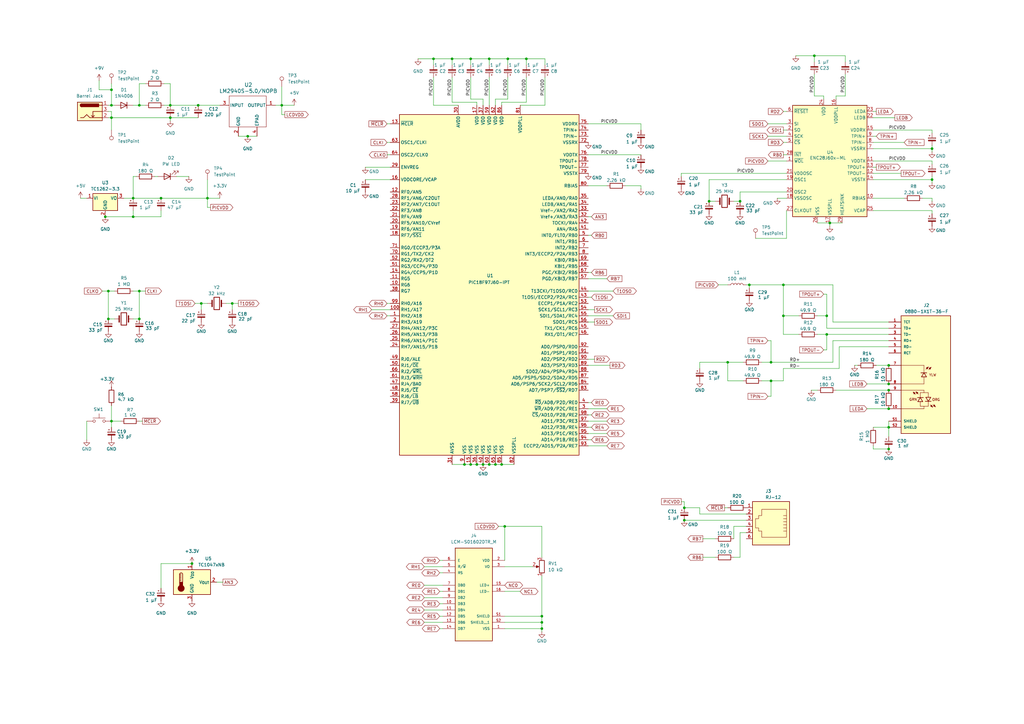
<source format=kicad_sch>
(kicad_sch (version 20231120) (generator "eeschema") (generator_version "8.0")
  (paper "A3")
  (title_block (title "PICTEMPNET") (date "2024-12-06") (company "BME - Mechatronika, Optika és Gépészeti Informatika Tanszék") (comment 1 "Mikrovezérlők alkalmazása - BMEGEMIBMMV") (comment 3 "Dobondi-Reisz Mendel - C8GJJW") (comment 4 "Vadász Benedek - FR2CRM"))
  (lib_symbols
    (symbol "08B0-1X1T-36-F:08B0-1X1T-36-F" (pin_names (offset 1.016))
      (property "Reference" "J1" (at 0.254 27.178 0))
      (property "Value" "08B0-1X1T-36-F" (at 0.254 24.638 0))
      (symbol "08B0-1X1T-36-F_0_0"
        (text "GRN" (at -6.858 -11.43 0) (effects (font (size 1.016 1.016)) (justify left)))
        (text "ORG" (at 2.54 -10.922 0) (effects (font (size 1.016 1.016)) (justify left top)))
        (text "YLW" (at 1.27 -0.762 0) (effects (font (size 1.016 1.016)) (justify left top)))
        (pin passive line (at -15.24 20.32 0) (length 5.08) (name "TCT") (number "1"))
        (pin passive line (at -15.24 -15.24 0) (length 5.08) (name "~") (number "10"))
        (pin passive line (at -15.24 17.78 0) (length 5.08) (name "TD+") (number "2"))
        (pin passive line (at -15.24 15.24 0) (length 5.08) (name "TD-") (number "3"))
        (pin passive line (at -15.24 12.7 0) (length 5.08) (name "RD+") (number "4"))
        (pin passive line (at -15.24 10.16 0) (length 5.08) (name "RD-") (number "5"))
        (pin passive line (at -15.24 7.62 0) (length 5.08) (name "RCT") (number "6"))
        (pin passive line (at -15.24 2.54 0) (length 5.08) (name "~") (number "7"))
        (pin passive line (at -15.24 -5.08 0) (length 5.08) (name "~") (number "8"))
        (pin passive line (at -15.24 -7.62 0) (length 5.08) (name "~") (number "9"))
        (pin passive line (at -15.24 -20.32 0) (length 5.08) (name "SHIELD") (number "S1"))
        (pin passive line (at -15.24 -22.86 0) (length 5.08) (name "SHIELD") (number "S2"))
      )
    )
    (symbol "2024-11-22_23-11-59:LM2940S-5.0_NOPB" (pin_names (offset 0.254))
      (property "Reference" "U2" (at 45.974 -1.778 0))
      (property "Value" "LM2940S-5.0/NOPB" (at 45.974 -4.318 0))
      (symbol "LM2940S-5.0_NOPB_0_1"
        (pin output line (at 57.15 -10.16 180) (length 3.81) (name "OUTPUT") (number "1"))
        (pin power_in line (at 41.91 -22.86 90) (length 3.81) (name "GND") (number "2"))
        (pin input line (at 34.29 -10.16 0) (length 3.81) (name "INPUT") (number "3"))
      )
      (symbol "LM2940S-5.0_NOPB_1_1"
        (pin unspecified line (at 49.53 -22.86 90) (length 3.81) (name "EPAD") (number "4"))
      )
    )
    (symbol "Connector:6P6C" (pin_names (offset 1.016))
      (property "Reference" "J" (at -5.08 11.43 0))
      (property "Value" "6P6C" (at 2.54 11.43 0))
      (symbol "6P6C_1_1"
        (pin passive line (at 10.16 -5.08 180) (length 2.54) (name "~") (number "1"))
        (pin passive line (at 10.16 -2.54 180) (length 2.54) (name "~") (number "2"))
        (pin passive line (at 10.16 0 180) (length 2.54) (name "~") (number "3"))
        (pin passive line (at 10.16 2.54 180) (length 2.54) (name "~") (number "4"))
        (pin passive line (at 10.16 5.08 180) (length 2.54) (name "~") (number "5"))
        (pin passive line (at 10.16 7.62 180) (length 2.54) (name "~") (number "6"))
      )
    )
    (symbol "Connector:Barrel_Jack_Switch" (pin_names hide)
      (property "Reference" "J" (at 0 5.334 0))
      (property "Value" "Barrel_Jack_Switch" (at 0 -5.08 0))
      (symbol "Barrel_Jack_Switch_1_1"
        (pin passive line (at 7.62 2.54 180) (length 2.54) (name "~") (number "1"))
        (pin passive line (at 7.62 -2.54 180) (length 2.54) (name "~") (number "2"))
        (pin passive line (at 7.62 0 180) (length 2.54) (name "~") (number "3"))
      )
    )
    (symbol "Connector:TestPoint" (pin_numbers hide) (pin_names (offset 0.762) hide)
      (property "Reference" "TP" (at 0 6.858 0))
      (property "Value" "TestPoint" (at 0 5.08 0))
      (symbol "TestPoint_1_1"
        (pin passive line (at 0 0 90) (length 2.54) (name "1") (number "1"))
      )
    )
    (symbol "Device:C_Polarized_Small" (pin_numbers hide) (pin_names (offset 0.254) hide)
      (property "Reference" "C" (at 0.254 1.778 0))
      (property "Value" "C_Polarized_Small" (at 0.254 -2.032 0))
      (symbol "C_Polarized_Small_1_1"
        (pin passive line (at 0 2.54 270) (length 1.8542) (name "~") (number "1"))
        (pin passive line (at 0 -2.54 90) (length 1.8542) (name "~") (number "2"))
      )
    )
    (symbol "Device:Crystal" (pin_numbers hide) (pin_names (offset 1.016) hide)
      (property "Reference" "Y" (at 0 3.81 0))
      (property "Value" "Crystal" (at 0 -3.81 0))
      (symbol "Crystal_1_1"
        (pin passive line (at -3.81 0 0) (length 1.27) (name "1") (number "1"))
        (pin passive line (at 3.81 0 180) (length 1.27) (name "2") (number "2"))
      )
    )
    (symbol "Device:L" (pin_numbers hide) (pin_names (offset 1.016) hide)
      (property "Reference" "L" (at -1.27 0 90))
      (property "Value" "L" (at 1.905 0 90))
      (symbol "L_1_1"
        (pin passive line (at 0 3.81 270) (length 1.27) (name "1") (number "1"))
        (pin passive line (at 0 -3.81 90) (length 1.27) (name "2") (number "2"))
      )
    )
    (symbol "Device:LED" (pin_numbers hide) (pin_names (offset 1.016) hide)
      (property "Reference" "D" (at 0 2.54 0))
      (property "Value" "LED" (at 0 -2.54 0))
      (symbol "LED_1_1"
        (pin passive line (at -3.81 0 0) (length 2.54) (name "K") (number "1"))
        (pin passive line (at 3.81 0 180) (length 2.54) (name "A") (number "2"))
      )
    )
    (symbol "Device:R" (pin_numbers hide) (pin_names (offset 0))
      (property "Reference" "R" (at 2.032 0 90))
      (property "Value" "R" (at 0 0 90))
      (symbol "R_1_1"
        (pin passive line (at 0 3.81 270) (length 1.27) (name "~") (number "1"))
        (pin passive line (at 0 -3.81 90) (length 1.27) (name "~") (number "2"))
      )
    )
    (symbol "Device:R_Potentiometer" (pin_names (offset 1.016) hide)
      (property "Reference" "RV" (at -4.445 0 90))
      (property "Value" "R_Potentiometer" (at -2.54 0 90))
      (symbol "R_Potentiometer_1_1"
        (pin passive line (at 0 3.81 270) (length 1.27) (name "1") (number "1"))
        (pin passive line (at 3.81 0 180) (length 1.27) (name "2") (number "2"))
        (pin passive line (at 0 -3.81 90) (length 1.27) (name "3") (number "3"))
      )
    )
    (symbol "Diode:1N4006" (pin_numbers hide) (pin_names hide)
      (property "Reference" "D" (at 0 2.54 0))
      (property "Value" "1N4006" (at 0 -2.54 0))
      (symbol "1N4006_1_1"
        (pin passive line (at -3.81 0 0) (length 2.54) (name "K") (number "1"))
        (pin passive line (at 3.81 0 180) (length 2.54) (name "A") (number "2"))
      )
    )
    (symbol "Interface_Ethernet:ENC28J60x-ML"
      (property "Reference" "U4" (at -1.27 3.556 0))
      (property "Value" "ENC28J60x-ML" (at -8.2199 1.27 0))
      (symbol "ENC28J60x-ML_1_1"
        (pin output line (at -17.78 0 0) (length 2.54) (name "~{WOL}") (number "1"))
        (pin input line (at 17.78 -15.24 180) (length 2.54) (name "RBIAS") (number "10"))
        (pin power_in line (at 17.78 0 180) (length 2.54) (name "VDDTX") (number "11"))
        (pin output line (at 17.78 -5.08 180) (length 2.54) (name "TPOUT-") (number "12"))
        (pin output line (at 17.78 -2.54 180) (length 2.54) (name "TPOUT+") (number "13"))
        (pin power_out line (at 17.78 -7.62 180) (length 2.54) (name "VSSTX") (number "14"))
        (pin power_in line (at 17.78 12.7 180) (length 2.54) (name "VDDRX") (number "15"))
        (pin power_in line (at 2.54 25.4 270) (length 2.54) (name "VDDPLL") (number "16"))
        (pin power_in line (at 0 -25.4 90) (length 2.54) (name "VSSPLL") (number "17"))
        (pin power_in line (at -17.78 -15.24 0) (length 2.54) (name "VSSOSC") (number "18"))
        (pin input line (at -17.78 -7.62 0) (length 2.54) (name "OSC1") (number "19"))
        (pin output line (at -17.78 12.7 0) (length 2.54) (name "SO") (number "2"))
        (pin output line (at -17.78 -12.7 0) (length 2.54) (name "OSC2") (number "20"))
        (pin power_in line (at -17.78 -5.08 0) (length 2.54) (name "VDDOSC") (number "21"))
        (pin output line (at 17.78 17.78 180) (length 2.54) (name "LEDB") (number "22"))
        (pin output line (at 17.78 20.32 180) (length 2.54) (name "LEDA") (number "23"))
        (pin power_in line (at -2.54 25.4 270) (length 2.54) (name "VDD") (number "24"))
        (pin input line (at 17.78 -20.32 180) (length 2.54) (name "VCAP") (number "25"))
        (pin power_in line (at -5.08 -25.4 90) (length 2.54) (name "VSS") (number "26"))
        (pin output line (at -17.78 -20.32 0) (length 2.54) (name "CLKOUT") (number "27"))
        (pin output line (at -17.78 2.54 0) (length 2.54) (name "~{INT}") (number "28"))
        (pin power_in line (at 5.08 -25.4 90) (length 2.54) (name "HEATSINK") (number "29"))
        (pin input line (at -17.78 15.24 0) (length 2.54) (name "SI") (number "3"))
        (pin input line (at -17.78 10.16 0) (length 2.54) (name "SCK") (number "4"))
        (pin input line (at -17.78 7.62 0) (length 2.54) (name "~{CS}") (number "5"))
        (pin input line (at -17.78 20.32 0) (length 2.54) (name "~{RESET}") (number "6"))
        (pin power_out line (at 17.78 5.08 180) (length 2.54) (name "VSSRX") (number "7"))
        (pin input line (at 17.78 7.62 180) (length 2.54) (name "TPIN-") (number "8"))
        (pin input line (at 17.78 10.16 180) (length 2.54) (name "TPIN+") (number "9"))
      )
    )
    (symbol "LCM-S01602DTR_M:LCM-S01602DTR_M" (pin_names (offset 1.016))
      (property "Reference" "J4" (at 0 22.86 0))
      (property "Value" "LCM-S01602DTR_M" (at 0 20.32 0))
      (symbol "LCM-S01602DTR_M_0_0"
        (pin power_in line (at 12.7 -15.24 180) (length 5.08) (name "VSS") (number "1"))
        (pin bidirectional line (at -12.7 -5.08 0) (length 5.08) (name "DB3") (number "10"))
        (pin bidirectional line (at -12.7 -7.62 0) (length 5.08) (name "DB4") (number "11"))
        (pin bidirectional line (at -12.7 -10.16 0) (length 5.08) (name "DB5") (number "12"))
        (pin bidirectional line (at -12.7 -12.7 0) (length 5.08) (name "DB6") (number "13"))
        (pin bidirectional line (at -12.7 -15.24 0) (length 5.08) (name "DB7") (number "14"))
        (pin power_in line (at 12.7 12.7 180) (length 5.08) (name "VDD") (number "2"))
        (pin passive line (at 12.7 10.16 180) (length 5.08) (name "VO") (number "3"))
        (pin input line (at -12.7 7.62 0) (length 5.08) (name "RS") (number "4"))
        (pin input line (at -12.7 10.16 0) (length 5.08) (name "R/~{W}") (number "5"))
        (pin input line (at -12.7 12.7 0) (length 5.08) (name "E") (number "6"))
        (pin bidirectional line (at -12.7 2.54 0) (length 5.08) (name "DB0") (number "7"))
        (pin bidirectional line (at -12.7 0 0) (length 5.08) (name "DB1") (number "8"))
        (pin bidirectional line (at -12.7 -2.54 0) (length 5.08) (name "DB2") (number "9"))
        (pin passive line (at 12.7 -10.16 180) (length 5.08) (name "SHIELD") (number "S1"))
        (pin passive line (at 12.7 -12.7 180) (length 5.08) (name "SHIELD__1") (number "S2"))
      )
      (symbol "LCM-S01602DTR_M_1_0"
        (pin bidirectional line (at 12.7 2.54 180) (length 5.08) (name "LED+") (number "15"))
        (pin bidirectional line (at 12.7 0 180) (length 5.08) (name "LED-") (number "16"))
      )
    )
    (symbol "MCU_Microchip_PIC18:PIC18F97J60-IPT"
      (property "Reference" "U1" (at -1.016 3.81 0))
      (property "Value" "PIC18F97J60-IPT" (at -8.636 1.016 0))
      (symbol "PIC18F97J60-IPT_1_1"
        (pin bidirectional line (at -40.64 -12.7 0) (length 3.81) (name "RH2/A18") (number "1"))
        (pin bidirectional line (at -40.64 0 0) (length 3.81) (name "RG6") (number "10"))
        (pin bidirectional line (at -40.64 -10.16 0) (length 3.81) (name "RH1/A17") (number "100"))
        (pin bidirectional line (at -40.64 2.54 0) (length 3.81) (name "RG5") (number "11"))
        (pin bidirectional line (at -40.64 38.1 0) (length 3.81) (name "RF0/AN5") (number "12"))
        (pin input line (at -40.64 66.04 0) (length 3.81) (name "~{MCLR}") (number "13"))
        (pin bidirectional line (at -40.64 5.08 0) (length 3.81) (name "RG4/CCP5/P1D") (number "14"))
        (pin power_in line (at -7.62 -73.66 90) (length 3.81) (name "VSS") (number "15"))
        (pin passive line (at -40.64 43.18 0) (length 3.81) (name "VDDCORE/VCAP") (number "16"))
        (pin power_in line (at -5.08 73.66 270) (length 3.81) (name "VDD") (number "17"))
        (pin bidirectional line (at -40.64 20.32 0) (length 3.81) (name "RF7/~{SS1}") (number "18"))
        (pin bidirectional line (at -40.64 22.86 0) (length 3.81) (name "RF6/AN11") (number "19"))
        (pin bidirectional line (at -40.64 -15.24 0) (length 3.81) (name "RH3/A19") (number "2"))
        (pin bidirectional line (at -40.64 25.4 0) (length 3.81) (name "RF5/AN10/CVref") (number "20"))
        (pin bidirectional line (at -40.64 27.94 0) (length 3.81) (name "RF4/AN9") (number "21"))
        (pin bidirectional line (at -40.64 30.48 0) (length 3.81) (name "RF3/AN8") (number "22"))
        (pin bidirectional line (at -40.64 33.02 0) (length 3.81) (name "RF2/AN7/C1OUT") (number "23"))
        (pin bidirectional line (at -40.64 -25.4 0) (length 3.81) (name "RH7/AN15/P1B") (number "24"))
        (pin bidirectional line (at -40.64 -22.86 0) (length 3.81) (name "RH6/AN14/P1C") (number "25"))
        (pin bidirectional line (at -40.64 -20.32 0) (length 3.81) (name "RH5/AN13/P3B") (number "26"))
        (pin bidirectional line (at -40.64 -17.78 0) (length 3.81) (name "RH4/AN12/P3C") (number "27"))
        (pin bidirectional line (at -40.64 35.56 0) (length 3.81) (name "RF1/AN6/C2OUT") (number "28"))
        (pin passive line (at -40.64 48.26 0) (length 3.81) (name "ENVREG") (number "29"))
        (pin bidirectional line (at 40.64 -50.8 180) (length 3.81) (name "~{WR}/AD9/P2C/RE1") (number "3"))
        (pin power_in line (at -12.7 73.66 270) (length 3.81) (name "AVDD") (number "30"))
        (pin power_in line (at -15.24 -73.66 90) (length 3.81) (name "AVSS") (number "31"))
        (pin bidirectional line (at 40.64 27.94 180) (length 3.81) (name "Vref+/AN3/RA3") (number "32"))
        (pin bidirectional line (at 40.64 30.48 180) (length 3.81) (name "Vref-/AN2/RA2") (number "33"))
        (pin bidirectional line (at 40.64 33.02 180) (length 3.81) (name "LEDB/AN1/RA1") (number "34"))
        (pin bidirectional line (at 40.64 35.56 180) (length 3.81) (name "LEDA/AN0/RA0") (number "35"))
        (pin power_in line (at -5.08 -73.66 90) (length 3.81) (name "VSS") (number "36"))
        (pin power_in line (at -2.54 73.66 270) (length 3.81) (name "VDD") (number "37"))
        (pin bidirectional line (at -40.64 -2.54 0) (length 3.81) (name "RG7") (number "38"))
        (pin bidirectional line (at -40.64 -48.26 0) (length 3.81) (name "RJ7/~{UB}") (number "39"))
        (pin bidirectional line (at 40.64 -48.26 180) (length 3.81) (name "~{RD}/AD8/P2D/RE0") (number "4"))
        (pin power_in line (at -2.54 -73.66 90) (length 3.81) (name "VSS") (number "40"))
        (pin bidirectional line (at 40.64 22.86 180) (length 3.81) (name "AN4/RA5") (number "41"))
        (pin bidirectional line (at 40.64 25.4 180) (length 3.81) (name "TOCKI/RA4") (number "42"))
        (pin bidirectional line (at 40.64 -5.08 180) (length 3.81) (name "T1OSI/ECCP2/P2A/RC1") (number "43"))
        (pin bidirectional line (at 40.64 -2.54 180) (length 3.81) (name "T13CKI/T1OSO/RC0") (number "44"))
        (pin bidirectional line (at 40.64 -17.78 180) (length 3.81) (name "TX1/CK1/RC6") (number "45"))
        (pin bidirectional line (at 40.64 -20.32 180) (length 3.81) (name "RX1/DT1/RC7") (number "46"))
        (pin bidirectional line (at -40.64 -40.64 0) (length 3.81) (name "RJ4/BA0") (number "47"))
        (pin bidirectional line (at -40.64 -43.18 0) (length 3.81) (name "RJ5/~{CE}") (number "48"))
        (pin bidirectional line (at -40.64 -30.48 0) (length 3.81) (name "RJ0/ALE") (number "49"))
        (pin bidirectional line (at 40.64 20.32 180) (length 3.81) (name "INT0/FLT0/RB0") (number "5"))
        (pin bidirectional line (at -40.64 -33.02 0) (length 3.81) (name "RJ1/~{OE}") (number "50"))
        (pin bidirectional line (at -40.64 7.62 0) (length 3.81) (name "RG3/CCP4/P3D") (number "51"))
        (pin bidirectional line (at -40.64 10.16 0) (length 3.81) (name "RG2/RX2/DT2") (number "52"))
        (pin bidirectional line (at 40.64 -7.62 180) (length 3.81) (name "ECCP1/P1A/RC2") (number "53"))
        (pin bidirectional line (at 40.64 -10.16 180) (length 3.81) (name "SCK1/SCL1/RC3") (number "54"))
        (pin bidirectional line (at 40.64 -12.7 180) (length 3.81) (name "SDI1/SDA1/RC4") (number "55"))
        (pin bidirectional line (at 40.64 -15.24 180) (length 3.81) (name "SDO1/RC5") (number "56"))
        (pin bidirectional line (at 40.64 2.54 180) (length 3.81) (name "PGD/KBI3/RB7") (number "57"))
        (pin bidirectional line (at -40.64 -45.72 0) (length 3.81) (name "RJ6/~{LB}") (number "58"))
        (pin power_in line (at 0 73.66 270) (length 3.81) (name "VDD") (number "59"))
        (pin bidirectional line (at 40.64 17.78 180) (length 3.81) (name "INT1/RB1") (number "6"))
        (pin power_in line (at 0 -73.66 90) (length 3.81) (name "VSS") (number "60"))
        (pin bidirectional line (at -40.64 -38.1 0) (length 3.81) (name "RJ3/~{WRH}") (number "61"))
        (pin power_in line (at 2.54 73.66 270) (length 3.81) (name "VDD") (number "62"))
        (pin input line (at -40.64 58.42 0) (length 3.81) (name "OSC1/CLKI") (number "63"))
        (pin output line (at -40.64 53.34 0) (length 3.81) (name "OSC2/CLK0") (number "64"))
        (pin power_in line (at 2.54 -73.66 90) (length 3.81) (name "VSS") (number "65"))
        (pin bidirectional line (at -40.64 -35.56 0) (length 3.81) (name "RJ2/~{WRL}") (number "66"))
        (pin bidirectional line (at 40.64 5.08 180) (length 3.81) (name "PGC/KBI2/RB6") (number "67"))
        (pin bidirectional line (at 40.64 7.62 180) (length 3.81) (name "KBI1/RB5") (number "68"))
        (pin bidirectional line (at 40.64 10.16 180) (length 3.81) (name "KBI0/RB4") (number "69"))
        (pin bidirectional line (at 40.64 15.24 180) (length 3.81) (name "INT2/RB2") (number "7"))
        (pin bidirectional line (at -40.64 12.7 0) (length 3.81) (name "RG1/TX2/CK2") (number "70"))
        (pin bidirectional line (at -40.64 15.24 0) (length 3.81) (name "RG0/ECCP3/P3A") (number "71"))
        (pin power_in line (at 40.64 58.42 180) (length 3.81) (name "VSSRX") (number "72"))
        (pin passive line (at 40.64 60.96 180) (length 3.81) (name "TPIN-") (number "73"))
        (pin passive line (at 40.64 63.5 180) (length 3.81) (name "TPIN+") (number "74"))
        (pin power_in line (at 40.64 66.04 180) (length 3.81) (name "VDDRX") (number "75"))
        (pin power_in line (at 40.64 53.34 180) (length 3.81) (name "VDDTX") (number "76"))
        (pin passive line (at 40.64 48.26 180) (length 3.81) (name "TPOUT-") (number "77"))
        (pin passive line (at 40.64 50.8 180) (length 3.81) (name "TP0UT+") (number "78"))
        (pin power_in line (at 40.64 45.72 180) (length 3.81) (name "VSSTX") (number "79"))
        (pin bidirectional line (at 40.64 12.7 180) (length 3.81) (name "INT3/ECCP2/P2A/RB3") (number "8"))
        (pin passive line (at 40.64 40.64 180) (length 3.81) (name "RBIAS") (number "80"))
        (pin power_in line (at 12.7 73.66 270) (length 3.81) (name "VDDPLL") (number "81"))
        (pin power_in line (at 10.16 -73.66 90) (length 3.81) (name "VSSPLL") (number "82"))
        (pin bidirectional line (at 40.64 -43.18 180) (length 3.81) (name "AD7/PSP7/~{SS2}/RD7") (number "83"))
        (pin bidirectional line (at 40.64 -40.64 180) (length 3.81) (name "AD6/PSP6/SCK2/SCL2/RD6") (number "84"))
        (pin power_in line (at 5.08 -73.66 90) (length 3.81) (name "VSS") (number "85"))
        (pin power_in line (at 5.08 73.66 270) (length 3.81) (name "VDD") (number "86"))
        (pin bidirectional line (at 40.64 -38.1 180) (length 3.81) (name "AD5/PSP5/SDI2/SDA2/RD5") (number "87"))
        (pin bidirectional line (at 40.64 -35.56 180) (length 3.81) (name "SD02/AD4/PSP4/RD4") (number "88"))
        (pin bidirectional line (at 40.64 -33.02 180) (length 3.81) (name "AD3/PSP3/RD3") (number "89"))
        (pin no_connect line (at -20.32 -69.85 90) (length 3.81) hide (name "NC") (number "9"))
        (pin power_in line (at -10.16 -73.66 90) (length 3.81) (name "VSS") (number "9"))
        (pin bidirectional line (at 40.64 -30.48 180) (length 3.81) (name "AD2/PSP2/RD2") (number "90"))
        (pin bidirectional line (at 40.64 -27.94 180) (length 3.81) (name "AD1/PSP1/RD1") (number "91"))
        (pin bidirectional line (at 40.64 -25.4 180) (length 3.81) (name "AD0/PSP0/RD0") (number "92"))
        (pin bidirectional line (at 40.64 -66.04 180) (length 3.81) (name "ECCP2/AD15/P2A/RE7") (number "93"))
        (pin bidirectional line (at 40.64 -63.5 180) (length 3.81) (name "AD14/P1B/RE6") (number "94"))
        (pin bidirectional line (at 40.64 -60.96 180) (length 3.81) (name "AD13/P1C/RE5") (number "95"))
        (pin bidirectional line (at 40.64 -58.42 180) (length 3.81) (name "AD12/P3B/RE4") (number "96"))
        (pin bidirectional line (at 40.64 -55.88 180) (length 3.81) (name "AD11/P3C/RE3") (number "97"))
        (pin bidirectional line (at 40.64 -53.34 180) (length 3.81) (name "~{CS}/AD10/P2B/RE2") (number "98"))
        (pin bidirectional line (at -40.64 -7.62 0) (length 3.81) (name "RH0/A16") (number "99"))
      )
    )
    (symbol "Regulator_Linear:TC1262-33" (pin_names (offset 0.254))
      (property "Reference" "U" (at -3.81 3.175 0))
      (property "Value" "TC1262-33" (at 0 3.175 0))
      (symbol "TC1262-33_1_1"
        (pin power_in line (at -7.62 0 0) (length 2.54) (name "VI") (number "1"))
        (pin power_in line (at 0 -7.62 90) (length 2.54) (name "GND") (number "2"))
        (pin power_out line (at 7.62 0 180) (length 2.54) (name "VO") (number "3"))
      )
    )
    (symbol "Sensor_Temperature:TC1047xNB"
      (property "Reference" "U" (at -6.35 6.35 0))
      (property "Value" "TC1047xNB" (at 1.27 6.35 0))
      (symbol "TC1047xNB_1_1"
        (pin power_in line (at 0 7.62 270) (length 2.54) (name "V_{DD}") (number "1"))
        (pin output line (at 10.16 0 180) (length 2.54) (name "V_{OUT}") (number "2"))
        (pin power_in line (at 0 -7.62 90) (length 2.54) (name "GND") (number "3"))
      )
    )
    (symbol "Switch:SW_Push" (pin_numbers hide) (pin_names (offset 1.016) hide)
      (property "Reference" "SW" (at 1.27 2.54 0))
      (property "Value" "SW_Push" (at 0 -1.524 0))
      (symbol "SW_Push_0_1"
        (pin passive line (at -5.08 0 0) (length 2.54) (name "1") (number "1"))
        (pin passive line (at 5.08 0 180) (length 2.54) (name "2") (number "2"))
      )
    )
    (symbol "power:+3.3V" (power) (pin_numbers hide) (pin_names (offset 0) hide)
      (property "Value" "+3.3V" (at 0 3.556 0))
      (symbol "+3.3V_1_1"
        (pin power_in line (at 0 0 90) (length 0) (name "~") (number "1"))
      )
    )
    (symbol "power:+5V" (power) (pin_numbers hide) (pin_names (offset 0) hide)
      (property "Value" "+5V" (at 0 3.556 0))
      (symbol "+5V_1_1"
        (pin power_in line (at 0 0 90) (length 0) (name "~") (number "1"))
      )
    )
    (symbol "power:GND" (power) (pin_numbers hide) (pin_names (offset 0) hide)
      (property "Value" "GND" (at 0 -3.81 0))
      (symbol "GND_1_1"
        (pin power_in line (at 0 0 270) (length 0) (name "~") (number "1"))
      )
    )
  )
  (junction (at 382.27 73.66))
  (junction (at 45.72 43.18))
  (junction (at 321.31 116.84))
  (junction (at 101.6 55.88))
  (junction (at 185.42 24.13))
  (junction (at 215.9 24.13))
  (junction (at 222.25 252.73))
  (junction (at 290.83 82.55))
  (junction (at 208.28 24.13))
  (junction (at 78.74 231.14))
  (junction (at 177.8 24.13))
  (junction (at 340.36 91.44))
  (junction (at 382.27 60.96))
  (junction (at 45.72 48.26))
  (junction (at 205.74 190.5))
  (junction (at 57.15 130.81))
  (junction (at 303.53 82.55))
  (junction (at 316.23 156.21))
  (junction (at 54.61 81.28))
  (junction (at 85.09 81.28))
  (junction (at 45.72 36.83))
  (junction (at 198.12 190.5))
  (junction (at 203.2 190.5))
  (junction (at 69.85 48.26))
  (junction (at 82.55 124.46))
  (junction (at 364.49 184.15))
  (junction (at 44.45 130.81))
  (junction (at 339.09 137.16))
  (junction (at 339.09 129.54))
  (junction (at 193.04 24.13))
  (junction (at 222.25 257.81))
  (junction (at 364.49 175.26))
  (junction (at 95.25 124.46))
  (junction (at 280.67 208.28))
  (junction (at 364.49 167.64))
  (junction (at 298.45 148.59))
  (junction (at 334.01 22.86))
  (junction (at 57.15 119.38))
  (junction (at 115.57 43.18))
  (junction (at 280.67 213.36))
  (junction (at 222.25 255.27))
  (junction (at 193.04 190.5))
  (junction (at 81.28 43.18))
  (junction (at 200.66 190.5))
  (junction (at 364.49 149.86))
  (junction (at 364.49 160.02))
  (junction (at 43.18 88.9))
  (junction (at 200.66 24.13))
  (junction (at 69.85 43.18))
  (junction (at 66.04 81.28))
  (junction (at 195.58 190.5))
  (junction (at 190.5 190.5))
  (junction (at 45.72 172.72))
  (junction (at 321.31 129.54))
  (junction (at 364.49 157.48))
  (junction (at 54.61 88.9))
  (junction (at 307.34 116.84))
  (junction (at 316.23 148.59))
  (junction (at 57.15 43.18))
  (junction (at 44.45 119.38))
  (junction (at 207.01 215.9))
  (wire (pts (xy 180.34 252.73) (xy 181.61 252.73)))
  (wire (pts (xy 241.3 149.86) (xy 250.19 149.86)))
  (wire (pts (xy 321.31 137.16) (xy 321.31 129.54)))
  (wire (pts (xy 321.31 116.84) (xy 321.31 129.54)))
  (wire (pts (xy 66.04 86.36) (xy 66.04 88.9)))
  (wire (pts (xy 322.58 97.79) (xy 309.88 97.79)))
  (wire (pts (xy 158.75 50.8) (xy 160.02 50.8)))
  (wire (pts (xy 321.31 129.54) (xy 327.66 129.54)))
  (wire (pts (xy 50.8 81.28) (xy 54.61 81.28)))
  (wire (pts (xy 66.04 81.28) (xy 85.09 81.28)))
  (wire (pts (xy 69.85 34.29) (xy 69.85 43.18)))
  (wire (pts (xy 306.07 116.84) (xy 307.34 116.84)))
  (wire (pts (xy 316.23 139.7) (xy 316.23 148.59)))
  (wire (pts (xy 54.61 43.18) (xy 57.15 43.18)))
  (wire (pts (xy 63.5 72.39) (xy 64.77 72.39)))
  (wire (pts (xy 358.14 175.26) (xy 364.49 175.26)))
  (wire (pts (xy 314.96 50.8) (xy 322.58 50.8)))
  (wire (pts (xy 180.34 229.87) (xy 181.61 229.87)))
  (wire (pts (xy 82.55 127) (xy 82.55 124.46)))
  (wire (pts (xy 95.25 127) (xy 95.25 124.46)))
  (wire (pts (xy 213.36 43.18) (xy 223.52 43.18)))
  (wire (pts (xy 190.5 190.5) (xy 193.04 190.5)))
  (wire (pts (xy 303.53 78.74) (xy 303.53 82.55)))
  (wire (pts (xy 241.3 177.8) (xy 248.92 177.8)))
  (wire (pts (xy 341.63 148.59) (xy 341.63 139.7)))
  (wire (pts (xy 198.12 40.64) (xy 198.12 43.18)))
  (wire (pts (xy 207.01 215.9) (xy 207.01 229.87)))
  (wire (pts (xy 358.14 86.36) (xy 382.27 86.36)))
  (wire (pts (xy 207.01 215.9) (xy 222.25 215.9)))
  (wire (pts (xy 86.36 85.09) (xy 85.09 85.09)))
  (wire (pts (xy 173.99 245.11) (xy 181.61 245.11)))
  (wire (pts (xy 358.14 66.04) (xy 382.27 66.04)))
  (wire (pts (xy 208.28 24.13) (xy 208.28 26.67)))
  (wire (pts (xy 40.64 33.02) (xy 40.64 36.83)))
  (wire (pts (xy 115.57 35.56) (xy 115.57 43.18)))
  (wire (pts (xy 290.83 73.66) (xy 290.83 82.55)))
  (wire (pts (xy 334.01 22.86) (xy 334.01 25.4)))
  (wire (pts (xy 382.27 81.28) (xy 382.27 82.55)))
  (wire (pts (xy 382.27 60.96) (xy 382.27 59.69)))
  (wire (pts (xy 67.31 34.29) (xy 69.85 34.29)))
  (wire (pts (xy 85.09 73.66) (xy 85.09 81.28)))
  (wire (pts (xy 200.66 24.13) (xy 208.28 24.13)))
  (wire (pts (xy 54.61 88.9) (xy 43.18 88.9)))
  (wire (pts (xy 44.45 45.72) (xy 45.72 45.72)))
  (wire (pts (xy 382.27 54.61) (xy 382.27 53.34)))
  (wire (pts (xy 287.02 151.13) (xy 287.02 148.59)))
  (wire (pts (xy 85.09 81.28) (xy 85.09 85.09)))
  (wire (pts (xy 335.28 137.16) (xy 339.09 137.16)))
  (wire (pts (xy 66.04 88.9) (xy 54.61 88.9)))
  (wire (pts (xy 81.28 43.18) (xy 90.17 43.18)))
  (wire (pts (xy 241.3 119.38) (xy 251.46 119.38)))
  (wire (pts (xy 95.25 124.46) (xy 97.79 124.46)))
  (wire (pts (xy 316.23 162.56) (xy 316.23 156.21)))
  (wire (pts (xy 382.27 72.39) (xy 382.27 73.66)))
  (wire (pts (xy 45.72 172.72) (xy 45.72 175.26)))
  (wire (pts (xy 350.52 149.86) (xy 351.79 149.86)))
  (wire (pts (xy 207.01 255.27) (xy 222.25 255.27)))
  (wire (pts (xy 45.72 34.29) (xy 45.72 36.83)))
  (wire (pts (xy 339.09 134.62) (xy 339.09 129.54)))
  (wire (pts (xy 208.28 40.64) (xy 208.28 31.75)))
  (wire (pts (xy 215.9 41.91) (xy 215.9 31.75)))
  (wire (pts (xy 45.72 43.18) (xy 46.99 43.18)))
  (wire (pts (xy 262.89 50.8) (xy 241.3 50.8)))
  (wire (pts (xy 115.57 46.99) (xy 116.84 46.99)))
  (wire (pts (xy 177.8 24.13) (xy 185.42 24.13)))
  (wire (pts (xy 298.45 148.59) (xy 304.8 148.59)))
  (wire (pts (xy 342.9 39.37) (xy 342.9 40.64)))
  (wire (pts (xy 241.3 167.64) (xy 248.92 167.64)))
  (wire (pts (xy 256.54 76.2) (xy 262.89 76.2)))
  (wire (pts (xy 193.04 31.75) (xy 193.04 40.64)))
  (wire (pts (xy 241.3 147.32) (xy 243.84 147.32)))
  (wire (pts (xy 54.61 72.39) (xy 54.61 81.28)))
  (wire (pts (xy 185.42 41.91) (xy 195.58 41.91)))
  (wire (pts (xy 335.28 129.54) (xy 339.09 129.54)))
  (wire (pts (xy 288.29 228.6) (xy 293.37 228.6)))
  (wire (pts (xy 222.25 236.22) (xy 222.25 252.73)))
  (wire (pts (xy 54.61 119.38) (xy 57.15 119.38)))
  (wire (pts (xy 321.31 53.34) (xy 322.58 53.34)))
  (wire (pts (xy 300.99 82.55) (xy 303.53 82.55)))
  (wire (pts (xy 334.01 39.37) (xy 337.82 39.37)))
  (wire (pts (xy 339.09 137.16) (xy 364.49 137.16)))
  (wire (pts (xy 193.04 40.64) (xy 198.12 40.64)))
  (wire (pts (xy 200.66 24.13) (xy 200.66 26.67)))
  (wire (pts (xy 287.02 148.59) (xy 298.45 148.59)))
  (wire (pts (xy 378.46 81.28) (xy 382.27 81.28)))
  (wire (pts (xy 82.55 124.46) (xy 85.09 124.46)))
  (wire (pts (xy 200.66 31.75) (xy 200.66 43.18)))
  (wire (pts (xy 97.79 55.88) (xy 101.6 55.88)))
  (wire (pts (xy 44.45 119.38) (xy 44.45 130.81)))
  (wire (pts (xy 279.4 71.12) (xy 279.4 72.39)))
  (wire (pts (xy 223.52 24.13) (xy 223.52 26.67)))
  (wire (pts (xy 340.36 91.44) (xy 345.44 91.44)))
  (wire (pts (xy 321.31 116.84) (xy 341.63 116.84)))
  (wire (pts (xy 180.34 257.81) (xy 181.61 257.81)))
  (wire (pts (xy 35.56 172.72) (xy 35.56 180.34)))
  (wire (pts (xy 57.15 43.18) (xy 59.69 43.18)))
  (wire (pts (xy 55.88 72.39) (xy 54.61 72.39)))
  (wire (pts (xy 58.42 172.72) (xy 57.15 172.72)))
  (wire (pts (xy 318.77 81.28) (xy 322.58 81.28)))
  (wire (pts (xy 85.09 81.28) (xy 90.17 81.28)))
  (wire (pts (xy 316.23 148.59) (xy 341.63 148.59)))
  (wire (pts (xy 358.14 81.28) (xy 370.84 81.28)))
  (wire (pts (xy 207.01 242.57) (xy 213.36 242.57)))
  (wire (pts (xy 314.96 162.56) (xy 316.23 162.56)))
  (wire (pts (xy 33.02 81.28) (xy 35.56 81.28)))
  (wire (pts (xy 195.58 190.5) (xy 198.12 190.5)))
  (wire (pts (xy 222.25 255.27) (xy 222.25 257.81)))
  (wire (pts (xy 54.61 86.36) (xy 54.61 88.9)))
  (wire (pts (xy 341.63 132.08) (xy 364.49 132.08)))
  (wire (pts (xy 193.04 190.5) (xy 195.58 190.5)))
  (wire (pts (xy 45.72 48.26) (xy 45.72 53.34)))
  (wire (pts (xy 44.45 130.81) (xy 46.99 130.81)))
  (wire (pts (xy 307.34 116.84) (xy 321.31 116.84)))
  (wire (pts (xy 54.61 130.81) (xy 57.15 130.81)))
  (wire (pts (xy 342.9 160.02) (xy 364.49 160.02)))
  (wire (pts (xy 67.31 43.18) (xy 69.85 43.18)))
  (wire (pts (xy 115.57 43.18) (xy 115.57 46.99)))
  (wire (pts (xy 241.3 182.88) (xy 248.92 182.88)))
  (wire (pts (xy 241.3 172.72) (xy 248.92 172.72)))
  (wire (pts (xy 355.6 157.48) (xy 364.49 157.48)))
  (wire (pts (xy 66.04 241.3) (xy 66.04 231.14)))
  (wire (pts (xy 44.45 48.26) (xy 45.72 48.26)))
  (wire (pts (xy 40.64 36.83) (xy 45.72 36.83)))
  (wire (pts (xy 241.3 127) (xy 243.84 127)))
  (wire (pts (xy 382.27 86.36) (xy 382.27 87.63)))
  (wire (pts (xy 180.34 247.65) (xy 181.61 247.65)))
  (wire (pts (xy 45.72 166.37) (xy 45.72 172.72)))
  (wire (pts (xy 358.14 73.66) (xy 382.27 73.66)))
  (wire (pts (xy 304.8 156.21) (xy 298.45 156.21)))
  (wire (pts (xy 303.53 228.6) (xy 300.99 228.6)))
  (wire (pts (xy 72.39 72.39) (xy 77.47 72.39)))
  (wire (pts (xy 339.09 120.65) (xy 339.09 129.54)))
  (wire (pts (xy 358.14 55.88) (xy 359.41 55.88)))
  (wire (pts (xy 358.14 53.34) (xy 382.27 53.34)))
  (wire (pts (xy 46.99 119.38) (xy 44.45 119.38)))
  (wire (pts (xy 177.8 24.13) (xy 177.8 26.67)))
  (wire (pts (xy 321.31 156.21) (xy 316.23 156.21)))
  (wire (pts (xy 339.09 134.62) (xy 364.49 134.62)))
  (wire (pts (xy 222.25 257.81) (xy 222.25 259.08)))
  (wire (pts (xy 91.44 238.76) (xy 88.9 238.76)))
  (wire (pts (xy 41.91 119.38) (xy 44.45 119.38)))
  (wire (pts (xy 241.3 165.1) (xy 242.57 165.1)))
  (wire (pts (xy 185.42 24.13) (xy 193.04 24.13)))
  (wire (pts (xy 241.3 88.9) (xy 242.57 88.9)))
  (wire (pts (xy 382.27 73.66) (xy 382.27 74.93)))
  (wire (pts (xy 346.71 22.86) (xy 346.71 25.4)))
  (wire (pts (xy 322.58 78.74) (xy 303.53 78.74)))
  (wire (pts (xy 203.2 190.5) (xy 205.74 190.5)))
  (wire (pts (xy 215.9 24.13) (xy 223.52 24.13)))
  (wire (pts (xy 45.72 48.26) (xy 69.85 48.26)))
  (wire (pts (xy 180.34 234.95) (xy 181.61 234.95)))
  (wire (pts (xy 341.63 132.08) (xy 341.63 116.84)))
  (wire (pts (xy 57.15 34.29) (xy 57.15 43.18)))
  (wire (pts (xy 312.42 148.59) (xy 316.23 148.59)))
  (wire (pts (xy 280.67 205.74) (xy 280.67 208.28)))
  (wire (pts (xy 321.31 45.72) (xy 322.58 45.72)))
  (wire (pts (xy 241.3 121.92) (xy 242.57 121.92)))
  (wire (pts (xy 173.99 250.19) (xy 181.61 250.19)))
  (wire (pts (xy 173.99 240.03) (xy 181.61 240.03)))
  (wire (pts (xy 66.04 231.14) (xy 78.74 231.14)))
  (wire (pts (xy 241.3 111.76) (xy 242.57 111.76)))
  (wire (pts (xy 57.15 119.38) (xy 57.15 130.81)))
  (wire (pts (xy 314.96 139.7) (xy 316.23 139.7)))
  (wire (pts (xy 80.01 124.46) (xy 82.55 124.46)))
  (wire (pts (xy 59.69 34.29) (xy 57.15 34.29)))
  (wire (pts (xy 203.2 43.18) (xy 203.2 40.64)))
  (wire (pts (xy 241.3 114.3) (xy 248.92 114.3)))
  (wire (pts (xy 198.12 190.5) (xy 200.66 190.5)))
  (wire (pts (xy 341.63 139.7) (xy 364.49 139.7)))
  (wire (pts (xy 69.85 48.26) (xy 81.28 48.26)))
  (wire (pts (xy 335.28 91.44) (xy 340.36 91.44)))
  (wire (pts (xy 207.01 252.73) (xy 222.25 252.73)))
  (wire (pts (xy 344.17 142.24) (xy 344.17 151.13)))
  (wire (pts (xy 382.27 62.23) (xy 382.27 60.96)))
  (wire (pts (xy 337.82 39.37) (xy 337.82 40.64)))
  (wire (pts (xy 44.45 43.18) (xy 45.72 43.18)))
  (wire (pts (xy 200.66 190.5) (xy 203.2 190.5)))
  (wire (pts (xy 113.03 43.18) (xy 115.57 43.18)))
  (wire (pts (xy 321.31 63.5) (xy 322.58 63.5)))
  (wire (pts (xy 262.89 53.34) (xy 262.89 50.8)))
  (wire (pts (xy 158.75 129.54) (xy 160.02 129.54)))
  (wire (pts (xy 207.01 232.41) (xy 218.44 232.41)))
  (wire (pts (xy 158.75 63.5) (xy 160.02 63.5)))
  (wire (pts (xy 280.67 208.28) (xy 287.02 208.28)))
  (wire (pts (xy 158.75 124.46) (xy 160.02 124.46)))
  (wire (pts (xy 45.72 172.72) (xy 49.53 172.72)))
  (wire (pts (xy 177.8 31.75) (xy 177.8 43.18)))
  (wire (pts (xy 241.3 132.08) (xy 243.84 132.08)))
  (wire (pts (xy 290.83 82.55) (xy 293.37 82.55)))
  (wire (pts (xy 280.67 213.36) (xy 306.07 213.36)))
  (wire (pts (xy 358.14 45.72) (xy 359.41 45.72)))
  (wire (pts (xy 358.14 182.88) (xy 358.14 184.15)))
  (wire (pts (xy 340.36 92.71) (xy 340.36 91.44)))
  (wire (pts (xy 205.74 41.91) (xy 215.9 41.91)))
  (wire (pts (xy 171.45 24.13) (xy 177.8 24.13)))
  (wire (pts (xy 326.39 22.86) (xy 334.01 22.86)))
  (wire (pts (xy 344.17 151.13) (xy 321.31 151.13)))
  (wire (pts (xy 173.99 232.41) (xy 181.61 232.41)))
  (wire (pts (xy 364.49 172.72) (xy 364.49 175.26)))
  (wire (pts (xy 358.14 58.42) (xy 370.84 58.42)))
  (wire (pts (xy 322.58 55.88) (xy 314.96 55.88)))
  (wire (pts (xy 307.34 118.11) (xy 307.34 116.84)))
  (wire (pts (xy 327.66 137.16) (xy 321.31 137.16)))
  (wire (pts (xy 204.47 215.9) (xy 207.01 215.9)))
  (wire (pts (xy 177.8 43.18) (xy 187.96 43.18)))
  (wire (pts (xy 160.02 58.42) (xy 158.75 58.42)))
  (wire (pts (xy 262.89 76.2) (xy 262.89 77.47)))
  (wire (pts (xy 332.74 160.02) (xy 335.28 160.02)))
  (wire (pts (xy 321.31 151.13) (xy 321.31 156.21)))
  (wire (pts (xy 149.86 73.66) (xy 160.02 73.66)))
  (wire (pts (xy 241.3 175.26) (xy 242.57 175.26)))
  (wire (pts (xy 359.41 149.86) (xy 364.49 149.86)))
  (wire (pts (xy 346.71 39.37) (xy 342.9 39.37)))
  (wire (pts (xy 287.02 208.28) (xy 287.02 210.82)))
  (wire (pts (xy 203.2 40.64) (xy 208.28 40.64)))
  (wire (pts (xy 358.14 60.96) (xy 382.27 60.96)))
  (wire (pts (xy 241.3 180.34) (xy 242.57 180.34)))
  (wire (pts (xy 358.14 184.15) (xy 364.49 184.15)))
  (wire (pts (xy 288.29 220.98) (xy 293.37 220.98)))
  (wire (pts (xy 298.45 156.21) (xy 298.45 148.59)))
  (wire (pts (xy 115.57 43.18) (xy 120.65 43.18)))
  (wire (pts (xy 149.86 68.58) (xy 160.02 68.58)))
  (wire (pts (xy 322.58 73.66) (xy 290.83 73.66)))
  (wire (pts (xy 339.09 143.51) (xy 339.09 137.16)))
  (wire (pts (xy 222.25 252.73) (xy 222.25 255.27)))
  (wire (pts (xy 45.72 36.83) (xy 45.72 43.18)))
  (wire (pts (xy 208.28 24.13) (xy 215.9 24.13)))
  (wire (pts (xy 241.3 76.2) (xy 248.92 76.2)))
  (wire (pts (xy 195.58 41.91) (xy 195.58 43.18)))
  (wire (pts (xy 193.04 24.13) (xy 200.66 24.13)))
  (wire (pts (xy 314.96 66.04) (xy 322.58 66.04)))
  (wire (pts (xy 241.3 96.52) (xy 242.57 96.52)))
  (wire (pts (xy 337.82 143.51) (xy 339.09 143.51)))
  (wire (pts (xy 337.82 120.65) (xy 339.09 120.65)))
  (wire (pts (xy 344.17 142.24) (xy 364.49 142.24)))
  (wire (pts (xy 152.4 127) (xy 160.02 127)))
  (wire (pts (xy 222.25 228.6) (xy 222.25 215.9)))
  (wire (pts (xy 185.42 31.75) (xy 185.42 41.91)))
  (wire (pts (xy 92.71 124.46) (xy 95.25 124.46)))
  (wire (pts (xy 321.31 58.42) (xy 322.58 58.42)))
  (wire (pts (xy 346.71 39.37) (xy 346.71 30.48)))
  (wire (pts (xy 215.9 24.13) (xy 215.9 26.67)))
  (wire (pts (xy 185.42 190.5) (xy 190.5 190.5)))
  (wire (pts (xy 207.01 257.81) (xy 222.25 257.81)))
  (wire (pts (xy 287.02 210.82) (xy 306.07 210.82)))
  (wire (pts (xy 185.42 24.13) (xy 185.42 26.67)))
  (wire (pts (xy 358.14 68.58) (xy 359.41 68.58)))
  (wire (pts (xy 364.49 179.07) (xy 364.49 175.26)))
  (wire (pts (xy 279.4 205.74) (xy 280.67 205.74)))
  (wire (pts (xy 57.15 119.38) (xy 59.69 119.38)))
  (wire (pts (xy 101.6 55.88) (xy 105.41 55.88)))
  (wire (pts (xy 241.3 170.18) (xy 242.57 170.18)))
  (wire (pts (xy 300.99 215.9) (xy 300.99 220.98)))
  (wire (pts (xy 312.42 156.21) (xy 316.23 156.21)))
  (wire (pts (xy 205.74 190.5) (xy 210.82 190.5)))
  (wire (pts (xy 303.53 218.44) (xy 303.53 228.6)))
  (wire (pts (xy 45.72 45.72) (xy 45.72 48.26)))
  (wire (pts (xy 322.58 86.36) (xy 322.58 97.79)))
  (wire (pts (xy 223.52 43.18) (xy 223.52 31.75)))
  (wire (pts (xy 334.01 22.86) (xy 346.71 22.86)))
  (wire (pts (xy 193.04 24.13) (xy 193.04 26.67)))
  (wire (pts (xy 358.14 71.12) (xy 369.57 71.12)))
  (wire (pts (xy 298.45 208.28) (xy 297.18 208.28)))
  (wire (pts (xy 54.61 81.28) (xy 66.04 81.28)))
  (wire (pts (xy 180.34 242.57) (xy 181.61 242.57)))
  (wire (pts (xy 382.27 67.31) (xy 382.27 66.04)))
  (wire (pts (xy 355.6 167.64) (xy 364.49 167.64)))
  (wire (pts (xy 334.01 39.37) (xy 334.01 30.48)))
  (wire (pts (xy 173.99 255.27) (xy 181.61 255.27)))
  (wire (pts (xy 205.74 43.18) (xy 205.74 41.91)))
  (wire (pts (xy 306.07 215.9) (xy 300.99 215.9)))
  (wire (pts (xy 241.3 129.54) (xy 251.46 129.54)))
  (wire (pts (xy 358.14 48.26) (xy 367.03 48.26)))
  (wire (pts (xy 294.64 116.84) (xy 298.45 116.84)))
  (wire (pts (xy 69.85 49.53) (xy 69.85 48.26)))
  (wire (pts (xy 279.4 71.12) (xy 322.58 71.12)))
  (wire (pts (xy 306.07 218.44) (xy 303.53 218.44)))
  (wire (pts (xy 241.3 63.5) (xy 262.89 63.5)))
  (wire (pts (xy 69.85 43.18) (xy 81.28 43.18)))
  (label "PICVDD" (at 215.9 39.37 90))
  (label "PICVDD" (at 246.38 63.5 0))
  (label "PICVDD" (at 246.38 50.8 0))
  (label "PICVDD" (at 346.71 38.1 90))
  (label "PICVDD" (at 223.52 39.37 90))
  (label "RD-" (at 323.85 151.13 0))
  (label "PICVDD" (at 185.42 39.37 90))
  (label "PICVDD" (at 200.66 39.37 90))
  (label "PICVDD" (at 177.8 39.37 90))
  (label "PICVDD" (at 302.26 71.12 0))
  (label "PICVDD" (at 334.01 38.1 90))
  (label "PICVDD" (at 193.04 39.37 90))
  (label "RD+" (at 323.85 148.59 0))
  (label "PICVDD" (at 208.28 39.37 90))
  (label "PICVDD" (at 364.49 66.04 0))
  (label "PICVDD" (at 364.49 53.34 0))
  (global_label "SCK1" (shape input) (at 314.96 55.88 180) (property "Intersheetrefs" "${INTERSHEET_REFS}" (effects (hide yes))))
  (global_label "RB0" (shape input) (at 242.57 96.52 0) (property "Intersheetrefs" "${INTERSHEET_REFS}" (effects (hide yes))))
  (global_label "RE6" (shape bidirectional) (at 242.57 180.34 0) (property "Intersheetrefs" "${INTERSHEET_REFS}" (effects (hide yes))))
  (global_label "RB6" (shape input) (at 242.57 111.76 0) (property "Intersheetrefs" "${INTERSHEET_REFS}" (effects (hide yes))))
  (global_label "TPOUT-" (shape input) (at 337.82 143.51 180) (property "Intersheetrefs" "${INTERSHEET_REFS}" (effects (hide yes))))
  (global_label "LEDA" (shape output) (at 359.41 45.72 0) (property "Intersheetrefs" "${INTERSHEET_REFS}" (effects (hide yes))))
  (global_label "RE2" (shape bidirectional) (at 173.99 245.11 180) (property "Intersheetrefs" "${INTERSHEET_REFS}" (effects (hide yes))))
  (global_label "RE2" (shape bidirectional) (at 242.57 170.18 0) (property "Intersheetrefs" "${INTERSHEET_REFS}" (effects (hide yes))))
  (global_label "RE4" (shape bidirectional) (at 242.57 175.26 0) (property "Intersheetrefs" "${INTERSHEET_REFS}" (effects (hide yes))))
  (global_label "TPOUT+" (shape input) (at 337.82 120.65 180) (property "Intersheetrefs" "${INTERSHEET_REFS}" (effects (hide yes))))
  (global_label "RD3" (shape input) (at 321.31 58.42 180) (property "Intersheetrefs" "${INTERSHEET_REFS}" (effects (hide yes))))
  (global_label "RE7" (shape bidirectional) (at 180.34 257.81 180) (property "Intersheetrefs" "${INTERSHEET_REFS}" (effects (hide yes))))
  (global_label "~{MCLR}" (shape input) (at 158.75 50.8 180) (property "Intersheetrefs" "${INTERSHEET_REFS}" (effects (hide yes))))
  (global_label "RH0" (shape bidirectional) (at 158.75 124.46 180) (property "Intersheetrefs" "${INTERSHEET_REFS}" (effects (hide yes))))
  (global_label "SDI1" (shape input) (at 251.46 129.54 0) (property "Intersheetrefs" "${INTERSHEET_REFS}" (effects (hide yes))))
  (global_label "RE3" (shape bidirectional) (at 180.34 247.65 180) (property "Intersheetrefs" "${INTERSHEET_REFS}" (effects (hide yes))))
  (global_label "LEDB" (shape output) (at 367.03 48.26 0) (property "Intersheetrefs" "${INTERSHEET_REFS}" (effects (hide yes))))
  (global_label "RE7" (shape bidirectional) (at 248.92 182.88 0) (property "Intersheetrefs" "${INTERSHEET_REFS}" (effects (hide yes))))
  (global_label "PICVDD" (shape passive) (at 279.4 205.74 180) (property "Intersheetrefs" "${INTERSHEET_REFS}" (effects (hide yes))))
  (global_label "T1OSO" (shape bidirectional) (at 251.46 119.38 0) (property "Intersheetrefs" "${INTERSHEET_REFS}" (effects (hide yes))))
  (global_label "RE0" (shape bidirectional) (at 173.99 240.03 180) (property "Intersheetrefs" "${INTERSHEET_REFS}" (effects (hide yes))))
  (global_label "NC0" (shape bidirectional) (at 207.01 240.03 0) (property "Intersheetrefs" "${INTERSHEET_REFS}" (effects (hide yes))))
  (global_label "RB7" (shape output) (at 288.29 220.98 180) (property "Intersheetrefs" "${INTERSHEET_REFS}" (effects (hide yes))))
  (global_label "RH0" (shape bidirectional) (at 180.34 229.87 180) (property "Intersheetrefs" "${INTERSHEET_REFS}" (effects (hide yes))))
  (global_label "LCDVDD" (shape output) (at 116.84 46.99 0) (property "Intersheetrefs" "${INTERSHEET_REFS}" (effects (hide yes))))
  (global_label "RH2" (shape bidirectional) (at 180.34 234.95 180) (property "Intersheetrefs" "${INTERSHEET_REFS}" (effects (hide yes))))
  (global_label "RE4" (shape bidirectional) (at 173.99 250.19 180) (property "Intersheetrefs" "${INTERSHEET_REFS}" (effects (hide yes))))
  (global_label "RD2" (shape input) (at 321.31 45.72 180) (property "Intersheetrefs" "${INTERSHEET_REFS}" (effects (hide yes))))
  (global_label "SDI1" (shape output) (at 321.31 53.34 180) (property "Intersheetrefs" "${INTERSHEET_REFS}" (effects (hide yes))))
  (global_label "LEDB" (shape input) (at 355.6 157.48 180) (property "Intersheetrefs" "${INTERSHEET_REFS}" (effects (hide yes))))
  (global_label "~{MCLR}" (shape output) (at 58.42 172.72 0) (property "Intersheetrefs" "${INTERSHEET_REFS}" (effects (hide yes))))
  (global_label "TPOUT-" (shape output) (at 369.57 71.12 0) (property "Intersheetrefs" "${INTERSHEET_REFS}" (effects (hide yes))))
  (global_label "LCDVDD" (shape input) (at 204.47 215.9 180) (property "Intersheetrefs" "${INTERSHEET_REFS}" (effects (hide yes))))
  (global_label "TPIN-" (shape input) (at 370.84 58.42 0) (property "Intersheetrefs" "${INTERSHEET_REFS}" (effects (hide yes))))
  (global_label "TPOUT+" (shape output) (at 359.41 68.58 0) (property "Intersheetrefs" "${INTERSHEET_REFS}" (effects (hide yes))))
  (global_label "SDO1" (shape input) (at 314.96 50.8 180) (property "Intersheetrefs" "${INTERSHEET_REFS}" (effects (hide yes))))
  (global_label "TPIN-" (shape input) (at 314.96 162.56 180) (property "Intersheetrefs" "${INTERSHEET_REFS}" (effects (hide yes))))
  (global_label "CLKO" (shape output) (at 158.75 63.5 180) (property "Intersheetrefs" "${INTERSHEET_REFS}" (effects (hide yes))))
  (global_label "RE3" (shape bidirectional) (at 248.92 172.72 0) (property "Intersheetrefs" "${INTERSHEET_REFS}" (effects (hide yes))))
  (global_label "CLKI" (shape input) (at 158.75 58.42 180) (property "Intersheetrefs" "${INTERSHEET_REFS}" (effects (hide yes))))
  (global_label "RB0" (shape output) (at 321.31 63.5 180) (property "Intersheetrefs" "${INTERSHEET_REFS}" (effects (hide yes))))
  (global_label "PICVDD" (shape input) (at 294.64 116.84 180) (property "Intersheetrefs" "${INTERSHEET_REFS}" (effects (hide yes))))
  (global_label "T1OSI" (shape bidirectional) (at 242.57 121.92 0) (property "Intersheetrefs" "${INTERSHEET_REFS}" (effects (hide yes))))
  (global_label "~{MCLR}" (shape output) (at 297.18 208.28 180) (property "Intersheetrefs" "${INTERSHEET_REFS}" (effects (hide yes))))
  (global_label "RE5" (shape bidirectional) (at 180.34 252.73 180) (property "Intersheetrefs" "${INTERSHEET_REFS}" (effects (hide yes))))
  (global_label "RH1" (shape bidirectional) (at 173.99 232.41 180) (property "Intersheetrefs" "${INTERSHEET_REFS}" (effects (hide yes))))
  (global_label "RE1" (shape bidirectional) (at 180.34 242.57 180) (property "Intersheetrefs" "${INTERSHEET_REFS}" (effects (hide yes))))
  (global_label "RD2" (shape output) (at 243.84 147.32 0) (property "Intersheetrefs" "${INTERSHEET_REFS}" (effects (hide yes))))
  (global_label "AN3" (shape output) (at 91.44 238.76 0) (property "Intersheetrefs" "${INTERSHEET_REFS}" (effects (hide yes))))
  (global_label "LEDA" (shape input) (at 355.6 167.64 180) (property "Intersheetrefs" "${INTERSHEET_REFS}" (effects (hide yes))))
  (global_label "RE6" (shape bidirectional) (at 173.99 255.27 180) (property "Intersheetrefs" "${INTERSHEET_REFS}" (effects (hide yes))))
  (global_label "CLKI" (shape output) (at 59.69 119.38 0) (property "Intersheetrefs" "${INTERSHEET_REFS}" (effects (hide yes))))
  (global_label "RH2" (shape bidirectional) (at 158.75 129.54 180) (property "Intersheetrefs" "${INTERSHEET_REFS}" (effects (hide yes))))
  (global_label "PICVDD" (shape output) (at 86.36 85.09 0) (property "Intersheetrefs" "${INTERSHEET_REFS}" (effects (hide yes))))
  (global_label "RH1" (shape bidirectional) (at 152.4 127 180) (property "Intersheetrefs" "${INTERSHEET_REFS}" (effects (hide yes))))
  (global_label "AN3" (shape input) (at 242.57 88.9 0) (property "Intersheetrefs" "${INTERSHEET_REFS}" (effects (hide yes))))
  (global_label "NC1" (shape bidirectional) (at 213.36 242.57 0) (property "Intersheetrefs" "${INTERSHEET_REFS}" (effects (hide yes))))
  (global_label "TPIN+" (shape input) (at 359.41 55.88 0) (property "Intersheetrefs" "${INTERSHEET_REFS}" (effects (hide yes))))
  (global_label "RE0" (shape bidirectional) (at 242.57 165.1 0) (property "Intersheetrefs" "${INTERSHEET_REFS}" (effects (hide yes))))
  (global_label "RD3" (shape output) (at 250.19 149.86 0) (property "Intersheetrefs" "${INTERSHEET_REFS}" (effects (hide yes))))
  (global_label "TPIN+" (shape input) (at 314.96 139.7 180) (property "Intersheetrefs" "${INTERSHEET_REFS}" (effects (hide yes))))
  (global_label "CLKO" (shape input) (at 41.91 119.38 180) (property "Intersheetrefs" "${INTERSHEET_REFS}" (effects (hide yes))))
  (global_label "RE5" (shape bidirectional) (at 248.92 177.8 0) (property "Intersheetrefs" "${INTERSHEET_REFS}" (effects (hide yes))))
  (global_label "RB6" (shape output) (at 288.29 228.6 180) (property "Intersheetrefs" "${INTERSHEET_REFS}" (effects (hide yes))))
  (global_label "RE1" (shape bidirectional) (at 248.92 167.64 0) (property "Intersheetrefs" "${INTERSHEET_REFS}" (effects (hide yes))))
  (global_label "T1OSO" (shape output) (at 97.79 124.46 0) (property "Intersheetrefs" "${INTERSHEET_REFS}" (effects (hide yes))))
  (global_label "PICVDD" (shape input) (at 314.96 66.04 180) (property "Intersheetrefs" "${INTERSHEET_REFS}" (effects (hide yes))))
  (global_label "T1OSI" (shape input) (at 80.01 124.46 180) (property "Intersheetrefs" "${INTERSHEET_REFS}" (effects (hide yes))))
  (global_label "SDO1" (shape output) (at 243.84 132.08 0) (property "Intersheetrefs" "${INTERSHEET_REFS}" (effects (hide yes))))
  (global_label "SCK1" (shape output) (at 243.84 127 0) (property "Intersheetrefs" "${INTERSHEET_REFS}" (effects (hide yes))))
  (global_label "RB7" (shape input) (at 248.92 114.3 0) (property "Intersheetrefs" "${INTERSHEET_REFS}" (effects (hide yes))))
  (symbol (lib_id "power:GND") (at 326.39 22.86 0) (unit 1)
    (property "Reference" "#PWR028" (effects (hide yes)))
    (property "Value" "GND" (at 326.39 27.94 0))
    (property "Description" "Power symbol creates a global label with name \"GND\" , ground" (effects (hide yes)))
  )
  (symbol (lib_id "Device:C_Polarized_Small") (at 382.27 69.85 0) (unit 1)
    (property "Reference" "C26" (at 385.318 68.072 0) (effects (justify left)))
    (property "Value" "1 μF" (at 385.318 70.612 0) (effects (justify left)))
    (property "Footprint" "Capacitor_Tantalum_SMD:CP_EIA-1608-08_AVX-J_Pad1.25x1.05mm_HandSolder" (effects (hide yes)))
    (property "Description" "Polarized capacitor, small symbol" (effects (hide yes)))
  )
  (symbol (lib_id "power:GND") (at 303.53 87.63 0) (unit 1)
    (property "Reference" "#PWR026" (effects (hide yes)))
    (property "Value" "GND" (at 303.53 91.44 0))
    (property "Description" "Power symbol creates a global label with name \"GND\" , ground" (effects (hide yes)))
  )
  (symbol (lib_id "Sensor_Temperature:TC1047xNB") (at 78.74 238.76 0) (unit 1)
    (property "Reference" "U5" (at 84.074 229.108 0) (effects (justify left)))
    (property "Value" "TC1047xNB" (at 81.28 231.648 0) (effects (justify left)))
    (property "Footprint" "Package_TO_SOT_SMD:SOT-23" (effects (hide yes)))
    (property "Datasheet" "http://ww1.microchip.com/downloads/en/DeviceDoc/21498D.pdf" (effects (hide yes)))
    (property "Description" "Precision Temperature-to-Voltage Converter, 10mV/ºC, -40ºC to +125ºC, ±2.0ºC (max), 2.7V to 4.4V, SOT-23" (effects (hide yes)))
  )
  (symbol (lib_id "Device:R") (at 302.26 208.28 270) (unit 1)
    (property "Reference" "R20" (at 302.26 203.454 90))
    (property "Value" "100 Ω" (at 302.26 205.994 90))
    (property "Footprint" "Resistor_SMD:R_0603_1608Metric_Pad0.98x0.95mm_HandSolder" (effects (hide yes)))
    (property "Description" "Resistor" (effects (hide yes)))
  )
  (symbol (lib_id "power:GND") (at 101.6 55.88 0) (unit 1)
    (property "Reference" "#PWR010" (effects (hide yes)))
    (property "Value" "GND" (at 101.6 60.96 0))
    (property "Description" "Power symbol creates a global label with name \"GND\" , ground" (effects (hide yes)))
  )
  (symbol (lib_id "08B0-1X1T-36-F:08B0-1X1T-36-F") (at 379.73 152.4 0) (unit 1)
    (property "Reference" "J2" (at 379.984 125.222 0))
    (property "Value" "08B0-1X1T-36-F" (at 379.984 127.762 0))
    (property "Footprint" "footprints:BEL_08B0-1X1T-36-F" (effects (hide yes)))
    (property "MF" "Bel Magnetic Solutions" (effects (hide yes)))
    (property "MAXIMUM_PACKAGE_HEIGHT" "15.65mm" (effects (hide yes)))
    (property "Package" "None" (effects (hide yes)))
    (property "Price" "None" (effects (hide yes)))
    (property "Check_prices" "https://www.snapeda.com/parts/08B0-1X1T-36-F/Bel+Magnetic+Solutions/view-part/?ref=eda" (effects (hide yes)))
    (property "STANDARD" "Manufacturer Recommendations" (effects (hide yes)))
    (property "PARTREV" "D" (effects (hide yes)))
    (property "SnapEDA_Link" "https://www.snapeda.com/parts/08B0-1X1T-36-F/Bel+Magnetic+Solutions/view-part/?ref=snap" (effects (hide yes)))
    (property "MP" "08B0-1X1T-36-F" (effects (hide yes)))
    (property "Description_1" "\n                        \n                            MagJack 10/100BASE-T | 1X1 | OG/Y LEDs | Tap Up | -40 to 85C | RoHS\n                        \n" (effects (hide yes)))
    (property "Availability" "In Stock" (effects (hide yes)))
    (property "MANUFACTURER" "BEL" (effects (hide yes)))
  )
  (symbol (lib_id "Device:C_Polarized_Small") (at 54.61 83.82 0) (unit 1)
    (property "Reference" "C13" (at 58.928 82.804 0) (effects (justify left)))
    (property "Value" "1 μF" (at 57.15 85.09 0) (effects (justify left)))
    (property "Footprint" "Capacitor_Tantalum_SMD:CP_EIA-1608-08_AVX-J_Pad1.25x1.05mm_HandSolder" (effects (hide yes)))
    (property "Description" "Polarized capacitor, small symbol" (effects (hide yes)))
  )
  (symbol (lib_id "Device:C_Polarized_Small") (at 66.04 83.82 0) (unit 1)
    (property "Reference" "C14" (at 70.358 82.804 0) (effects (justify left)))
    (property "Value" "47 μF" (at 68.58 85.09 0) (effects (justify left)))
    (property "Footprint" "Capacitor_Tantalum_SMD:CP_EIA-1608-08_AVX-J_Pad1.25x1.05mm_HandSolder" (effects (hide yes)))
    (property "Description" "Polarized capacitor, small symbol" (effects (hide yes)))
  )
  (symbol (lib_id "Connector:TestPoint") (at 45.72 53.34 180) (unit 1)
    (property "Reference" "TP1" (at 48.26 55.3719 0) (effects (justify right)))
    (property "Value" "TestPoint" (at 48.26 57.9119 0) (effects (justify right)))
    (property "Footprint" "TestPoint:TestPoint_Pad_1.5x1.5mm" (effects (hide yes)))
    (property "Description" "test point" (effects (hide yes)))
  )
  (symbol (lib_id "Device:R") (at 339.09 160.02 270) (unit 1)
    (property "Reference" "R13" (at 339.09 155.194 90))
    (property "Value" "180 Ω" (at 339.09 157.734 90))
    (property "Footprint" "Resistor_SMD:R_0603_1608Metric_Pad0.98x0.95mm_HandSolder" (effects (hide yes)))
    (property "Description" "Resistor" (effects (hide yes)))
  )
  (symbol (lib_id "power:+5V") (at 90.17 81.28 0) (unit 1)
    (property "Reference" "#PWR015" (effects (hide yes)))
    (property "Value" "+3.3V" (at 90.17 76.2 0))
    (property "Description" "Power symbol creates a global label with name \"+5V\"" (effects (hide yes)))
  )
  (symbol (lib_id "Device:C_Polarized_Small") (at 262.89 66.04 0) (unit 1)
    (property "Reference" "C10" (at 256.794 65.786 0) (effects (justify left)))
    (property "Value" "1 μF" (at 256.794 68.326 0) (effects (justify left)))
    (property "Footprint" "Capacitor_Tantalum_SMD:CP_EIA-1608-08_AVX-J_Pad1.25x1.05mm_HandSolder" (effects (hide yes)))
    (property "Description" "Polarized capacitor, small symbol" (effects (hide yes)))
  )
  (symbol (lib_id "Diode:1N4006") (at 50.8 43.18 180) (unit 1)
    (property "Reference" "D1" (at 50.8 36.83 0))
    (property "Value" "1N4006" (at 50.8 39.37 0))
    (property "Footprint" "Diode_THT:D_DO-41_SOD81_P10.16mm_Horizontal" (effects (hide yes)))
    (property "Datasheet" "http://www.vishay.com/docs/88503/1n4001.pdf" (effects (hide yes)))
    (property "Description" "800V 1A General Purpose Rectifier Diode, DO-41" (effects (hide yes)))
    (property "Sim.Device" "D" (effects (hide yes)))
    (property "Sim.Pins" "1=K 2=A" (effects (hide yes)))
  )
  (symbol (lib_id "power:GND") (at 171.45 24.13 0) (unit 1)
    (property "Reference" "#PWR02" (effects (hide yes)))
    (property "Value" "GND" (at 171.45 29.21 0))
    (property "Description" "Power symbol creates a global label with name \"GND\" , ground" (effects (hide yes)))
  )
  (symbol (lib_id "power:GND") (at 279.4 77.47 0) (unit 1)
    (property "Reference" "#PWR024" (effects (hide yes)))
    (property "Value" "GND" (at 282.956 79.248 0))
    (property "Description" "Power symbol creates a global label with name \"GND\" , ground" (effects (hide yes)))
  )
  (symbol (lib_id "Device:C_Polarized_Small") (at 69.85 45.72 0) (unit 1)
    (property "Reference" "C11" (at 74.168 44.704 0) (effects (justify left)))
    (property "Value" "1 μF" (at 72.39 46.99 0) (effects (justify left)))
    (property "Footprint" "Capacitor_Tantalum_SMD:CP_EIA-1608-08_AVX-J_Pad1.25x1.05mm_HandSolder" (effects (hide yes)))
    (property "Description" "Polarized capacitor, small symbol" (effects (hide yes)))
  )
  (symbol (lib_id "Device:C_Polarized_Small") (at 149.86 76.2 0) (unit 1)
    (property "Reference" "C1" (at 143.51 75.946 0) (effects (justify left)))
    (property "Value" "10 μF" (at 141.732 78.232 0) (effects (justify left)))
    (property "Footprint" "Capacitor_Tantalum_SMD:CP_EIA-1608-08_AVX-J_Pad1.25x1.05mm_HandSolder" (effects (hide yes)))
    (property "Description" "Polarized capacitor, small symbol" (effects (hide yes)))
  )
  (symbol (lib_id "power:GND") (at 318.77 81.28 0) (unit 1)
    (property "Reference" "#PWR027" (effects (hide yes)))
    (property "Value" "GND" (at 314.96 83.312 0))
    (property "Description" "Power symbol creates a global label with name \"GND\" , ground" (effects (hide yes)))
  )
  (symbol (lib_id "Device:C_Polarized_Small") (at 185.42 29.21 180) (unit 1)
    (property "Reference" "C3" (at 190.5 29.21 0) (effects (justify left)))
    (property "Value" "1 μF" (at 190.5 26.67 0) (effects (justify left)))
    (property "Footprint" "Capacitor_Tantalum_SMD:CP_EIA-1608-08_AVX-J_Pad1.25x1.05mm_HandSolder" (effects (hide yes)))
    (property "Description" "Polarized capacitor, small symbol" (effects (hide yes)))
  )
  (symbol (lib_id "Device:R") (at 63.5 43.18 270) (unit 1)
    (property "Reference" "R3" (at 63.5 38.354 90))
    (property "Value" "2 Ω" (at 63.5 40.894 90))
    (property "Footprint" "Resistor_SMD:R_1206_3216Metric_Pad1.30x1.75mm_HandSolder" (effects (hide yes)))
    (property "Description" "Resistor" (effects (hide yes)))
  )
  (symbol (lib_id "Device:C_Polarized_Small") (at 200.66 29.21 180) (unit 1)
    (property "Reference" "C5" (at 205.74 29.21 0) (effects (justify left)))
    (property "Value" "1 μF" (at 205.74 26.67 0) (effects (justify left)))
    (property "Footprint" "Capacitor_Tantalum_SMD:CP_EIA-1608-08_AVX-J_Pad1.25x1.05mm_HandSolder" (effects (hide yes)))
    (property "Description" "Polarized capacitor, small symbol" (effects (hide yes)))
  )
  (symbol (lib_id "Device:C_Polarized_Small") (at 193.04 29.21 180) (unit 1)
    (property "Reference" "C4" (at 198.12 29.21 0) (effects (justify left)))
    (property "Value" "1 μF" (at 198.12 26.67 0) (effects (justify left)))
    (property "Footprint" "Capacitor_Tantalum_SMD:CP_EIA-1608-08_AVX-J_Pad1.25x1.05mm_HandSolder" (effects (hide yes)))
    (property "Description" "Polarized capacitor, small symbol" (effects (hide yes)))
  )
  (symbol (lib_id "Device:R") (at 374.65 81.28 270) (unit 1)
    (property "Reference" "R8" (at 374.65 76.454 90))
    (property "Value" "2.26 kΩ" (at 374.65 78.994 90))
    (property "Footprint" "Resistor_SMD:R_0603_1608Metric_Pad0.98x0.95mm_HandSolder" (effects (hide yes)))
    (property "Description" "Resistor" (effects (hide yes)))
  )
  (symbol (lib_id "Device:C_Polarized_Small") (at 215.9 29.21 180) (unit 1)
    (property "Reference" "C7" (at 220.98 29.21 0) (effects (justify left)))
    (property "Value" "1 μF" (at 220.98 26.67 0) (effects (justify left)))
    (property "Footprint" "Capacitor_Tantalum_SMD:CP_EIA-1608-08_AVX-J_Pad1.25x1.05mm_HandSolder" (effects (hide yes)))
    (property "Description" "Polarized capacitor, small symbol" (effects (hide yes)))
  )
  (symbol (lib_id "power:GND") (at 78.74 246.38 0) (unit 1)
    (property "Reference" "#PWR043" (effects (hide yes)))
    (property "Value" "GND" (at 78.74 251.46 0))
    (property "Description" "Power symbol creates a global label with name \"GND\" , ground" (effects (hide yes)))
  )
  (symbol (lib_id "Device:C_Polarized_Small") (at 303.53 85.09 0) (unit 1)
    (property "Reference" "C22" (at 309.626 84.328 0) (effects (justify right)))
    (property "Value" "33 pF" (at 311.912 86.36 0) (effects (justify right)))
    (property "Footprint" "Capacitor_Tantalum_SMD:CP_EIA-1608-08_AVX-J_Pad1.25x1.05mm_HandSolder" (effects (hide yes)))
    (property "Description" "Polarized capacitor, small symbol" (effects (hide yes)))
  )
  (symbol (lib_id "power:GND") (at 382.27 82.55 0) (unit 1)
    (property "Reference" "#PWR032" (effects (hide yes)))
    (property "Value" "GND" (at 385.826 84.328 0))
    (property "Description" "Power symbol creates a global label with name \"GND\" , ground" (effects (hide yes)))
  )
  (symbol (lib_id "Device:R") (at 331.47 137.16 270) (unit 1)
    (property "Reference" "R12" (at 331.47 132.334 90))
    (property "Value" "49.9 Ω" (at 331.47 134.874 90))
    (property "Footprint" "Resistor_SMD:R_0603_1608Metric_Pad0.98x0.95mm_HandSolder" (effects (hide yes)))
    (property "Description" "Resistor" (effects (hide yes)))
  )
  (symbol (lib_id "Device:R_Potentiometer") (at 222.25 232.41 180) (unit 1)
    (property "Reference" "RV1" (at 224.79 231.1399 0) (effects (justify right)))
    (property "Value" "10 kΩ" (at 224.79 233.6799 0) (effects (justify right)))
    (property "Footprint" "Potentiometer_SMD:Potentiometer_Bourns_3214W_Vertical" (effects (hide yes)))
    (property "Description" "Potentiometer" (effects (hide yes)))
  )
  (symbol (lib_id "Interface_Ethernet:ENC28J60x-ML") (at 340.36 66.04 0) (unit 1)
    (property "Reference" "U4" (at 339.09 62.484 0) (effects (justify left)))
    (property "Value" "ENC28J60x-ML" (at 332.1401 64.77 0) (effects (justify left)))
    (property "Footprint" "Package_DFN_QFN:QFN-28-1EP_6x6mm_P0.65mm_EP4.8x4.8mm" (effects (hide yes)))
    (property "Datasheet" "http://ww1.microchip.com/downloads/en/devicedoc/39662e.pdf" (effects (hide yes)))
    (property "Description" "ENC28J60 Single Chip Ethernet Interface,QFN-28" (effects (hide yes)))
  )
  (symbol (lib_id "power:GND") (at 45.72 180.34 0) (unit 1)
    (property "Reference" "#PWR023" (effects (hide yes)))
    (property "Value" "GND" (at 45.72 184.15 0))
    (property "Description" "Power symbol creates a global label with name \"GND\" , ground" (effects (hide yes)))
  )
  (symbol (lib_id "power:GND") (at 340.36 92.71 0) (unit 1)
    (property "Reference" "#PWR029" (effects (hide yes)))
    (property "Value" "GND" (at 340.36 97.79 0))
    (property "Description" "Power symbol creates a global label with name \"GND\" , ground" (effects (hide yes)))
  )
  (symbol (lib_id "power:GND") (at 149.86 68.58 0) (unit 1)
    (property "Reference" "#PWR040" (effects (hide yes)))
    (property "Value" "GND" (at 153.416 70.358 0))
    (property "Description" "Power symbol creates a global label with name \"GND\" , ground" (effects (hide yes)))
  )
  (symbol (lib_id "Device:C_Polarized_Small") (at 81.28 45.72 0) (unit 1)
    (property "Reference" "C12" (at 85.598 44.704 0) (effects (justify left)))
    (property "Value" "220 μF" (at 83.82 46.99 0) (effects (justify left)))
    (property "Footprint" "Capacitor_Tantalum_SMD:CP_EIA-1608-08_AVX-J_Pad1.25x1.05mm_HandSolder" (effects (hide yes)))
    (property "Description" "Polarized capacitor, small symbol" (effects (hide yes)))
  )
  (symbol (lib_id "power:GND") (at 82.55 132.08 0) (unit 1)
    (property "Reference" "#PWR019" (effects (hide yes)))
    (property "Value" "GND" (at 82.55 135.89 0))
    (property "Description" "Power symbol creates a global label with name \"GND\" , ground" (effects (hide yes)))
  )
  (symbol (lib_id "power:GND") (at 77.47 72.39 0) (unit 1)
    (property "Reference" "#PWR016" (effects (hide yes)))
    (property "Value" "GND" (at 77.47 77.47 0))
    (property "Description" "Power symbol creates a global label with name \"GND\" , ground" (effects (hide yes)))
  )
  (symbol (lib_id "Device:C_Polarized_Small") (at 177.8 29.21 180) (unit 1)
    (property "Reference" "C2" (at 182.88 29.21 0) (effects (justify left)))
    (property "Value" "1 μF" (at 182.88 26.67 0) (effects (justify left)))
    (property "Footprint" "Capacitor_Tantalum_SMD:CP_EIA-1608-08_AVX-J_Pad1.25x1.05mm_HandSolder" (effects (hide yes)))
    (property "Description" "Polarized capacitor, small symbol" (effects (hide yes)))
  )
  (symbol (lib_id "Device:C_Polarized_Small") (at 290.83 85.09 0) (unit 1)
    (property "Reference" "C21" (at 284.48 84.836 0) (effects (justify left)))
    (property "Value" "33 pF" (at 282.702 87.122 0) (effects (justify left)))
    (property "Footprint" "Capacitor_Tantalum_SMD:CP_EIA-1608-08_AVX-J_Pad1.25x1.05mm_HandSolder" (effects (hide yes)))
    (property "Description" "Polarized capacitor, small symbol" (effects (hide yes)))
  )
  (symbol (lib_id "Device:C_Polarized_Small") (at 44.45 133.35 0) (unit 1)
    (property "Reference" "C15" (at 38.1 133.096 0) (effects (justify left)))
    (property "Value" "33 pF" (at 36.322 135.382 0) (effects (justify left)))
    (property "Footprint" "Capacitor_Tantalum_SMD:CP_EIA-1608-08_AVX-J_Pad1.25x1.05mm_HandSolder" (effects (hide yes)))
    (property "Description" "Polarized capacitor, small symbol" (effects (hide yes)))
  )
  (symbol (lib_id "power:GND") (at 382.27 92.71 0) (unit 1)
    (property "Reference" "#PWR033" (effects (hide yes)))
    (property "Value" "GND" (at 385.826 94.488 0))
    (property "Description" "Power symbol creates a global label with name \"GND\" , ground" (effects (hide yes)))
  )
  (symbol (lib_id "Connector:TestPoint") (at 309.88 97.79 0) (unit 1)
    (property "Reference" "TP5" (at 312.42 93.2179 0) (effects (justify left)))
    (property "Value" "TestPoint" (at 312.42 95.7579 0) (effects (justify left)))
    (property "Footprint" "TestPoint:TestPoint_Pad_1.5x1.5mm" (effects (hide yes)))
    (property "Description" "test point" (effects (hide yes)))
  )
  (symbol (lib_id "power:GND") (at 307.34 123.19 0) (unit 1)
    (property "Reference" "#PWR035" (effects (hide yes)))
    (property "Value" "GND" (at 307.34 127 0))
    (property "Description" "Power symbol creates a global label with name \"GND\" , ground" (effects (hide yes)))
  )
  (symbol (lib_id "Device:R") (at 358.14 179.07 0) (unit 1)
    (property "Reference" "R15" (at 353.314 179.07 90))
    (property "Value" "1 MΩ" (at 355.854 179.07 90))
    (property "Footprint" "Resistor_SMD:R_0603_1608Metric_Pad0.98x0.95mm_HandSolder" (effects (hide yes)))
    (property "Description" "Resistor" (effects (hide yes)))
  )
  (symbol (lib_id "Device:R") (at 297.18 228.6 270) (unit 1)
    (property "Reference" "R19" (at 297.18 223.774 90))
    (property "Value" "100 Ω" (at 297.18 226.314 90))
    (property "Footprint" "Resistor_SMD:R_0603_1608Metric_Pad0.98x0.95mm_HandSolder" (effects (hide yes)))
    (property "Description" "Resistor" (effects (hide yes)))
  )
  (symbol (lib_id "Device:R") (at 355.6 149.86 270) (unit 1)
    (property "Reference" "R14" (at 355.6 145.034 90))
    (property "Value" "180 Ω" (at 355.6 147.574 90))
    (property "Footprint" "Resistor_SMD:R_0603_1608Metric_Pad0.98x0.95mm_HandSolder" (effects (hide yes)))
    (property "Description" "Resistor" (effects (hide yes)))
  )
  (symbol (lib_id "Connector:TestPoint") (at 115.57 35.56 0) (unit 1)
    (property "Reference" "TP3" (at 118.11 30.9879 0) (effects (justify left)))
    (property "Value" "TestPoint" (at 118.11 33.5279 0) (effects (justify left)))
    (property "Footprint" "TestPoint:TestPoint_Pad_1.5x1.5mm" (effects (hide yes)))
    (property "Description" "test point" (effects (hide yes)))
  )
  (symbol (lib_id "power:+3.3V") (at 78.74 231.14 0) (unit 1)
    (property "Reference" "#PWR042" (effects (hide yes)))
    (property "Value" "+3.3V" (at 78.74 226.06 0))
    (property "Description" "Power symbol creates a global label with name \"+3.3V\"" (effects (hide yes)))
  )
  (symbol (lib_id "power:GND") (at 262.89 77.47 0) (unit 1)
    (property "Reference" "#PWR08" (effects (hide yes)))
    (property "Value" "GND" (at 266.446 79.248 0))
    (property "Description" "Power symbol creates a global label with name \"GND\" , ground" (effects (hide yes)))
  )
  (symbol (lib_id "Device:C_Polarized_Small") (at 346.71 27.94 180) (unit 1)
    (property "Reference" "C24" (at 352.806 27.94 0) (effects (justify left)))
    (property "Value" "1 μF" (at 352.806 25.4 0) (effects (justify left)))
    (property "Footprint" "Capacitor_Tantalum_SMD:CP_EIA-1608-08_AVX-J_Pad1.25x1.05mm_HandSolder" (effects (hide yes)))
    (property "Description" "Polarized capacitor, small symbol" (effects (hide yes)))
  )
  (symbol (lib_id "Device:R") (at 364.49 153.67 0) (unit 1)
    (property "Reference" "R16" (at 359.664 153.67 90))
    (property "Value" "10 kΩ" (at 362.204 153.67 90))
    (property "Footprint" "Resistor_SMD:R_0603_1608Metric_Pad0.98x0.95mm_HandSolder" (effects (hide yes)))
    (property "Description" "Resistor" (effects (hide yes)))
  )
  (symbol (lib_id "power:+5V") (at 33.02 81.28 0) (unit 1)
    (property "Reference" "#PWR013" (effects (hide yes)))
    (property "Value" "+5V" (at 33.02 76.2 0))
    (property "Description" "Power symbol creates a global label with name \"+5V\"" (effects (hide yes)))
  )
  (symbol (lib_id "Device:Crystal") (at 297.18 82.55 0) (unit 1)
    (property "Reference" "Y3" (at 297.18 75.946 0))
    (property "Value" "25 MHz" (at 297.18 78.486 0))
    (property "Footprint" "Crystal:Crystal_SMD_Qantek_QC5CB-2Pin_5x3.2mm" (effects (hide yes)))
    (property "Description" "Two pin crystal" (effects (hide yes)))
  )
  (symbol (lib_id "power:GND") (at 44.45 135.89 0) (unit 1)
    (property "Reference" "#PWR017" (effects (hide yes)))
    (property "Value" "GND" (at 44.45 139.7 0))
    (property "Description" "Power symbol creates a global label with name \"GND\" , ground" (effects (hide yes)))
  )
  (symbol (lib_id "power:+3.3V") (at 45.72 158.75 0) (unit 1)
    (property "Reference" "#PWR022" (effects (hide yes)))
    (property "Value" "+3.3V" (at 43.942 155.448 0))
    (property "Description" "Power symbol creates a global label with name \"+3.3V\"" (effects (hide yes)))
  )
  (symbol (lib_id "Device:C_Polarized_Small") (at 382.27 90.17 0) (unit 1)
    (property "Reference" "C27" (at 385.318 88.392 0) (effects (justify left)))
    (property "Value" "1 μF" (at 385.318 90.932 0) (effects (justify left)))
    (property "Footprint" "Capacitor_Tantalum_SMD:CP_EIA-1608-08_AVX-J_Pad1.25x1.05mm_HandSolder" (effects (hide yes)))
    (property "Description" "Polarized capacitor, small symbol" (effects (hide yes)))
  )
  (symbol (lib_id "Device:R") (at 45.72 162.56 0) (unit 1)
    (property "Reference" "R6" (at 48.26 161.798 0) (effects (justify left)))
    (property "Value" "4.7 kΩ" (at 48.26 163.8299 0) (effects (justify left)))
    (property "Footprint" "Resistor_SMD:R_0603_1608Metric_Pad0.98x0.95mm_HandSolder" (effects (hide yes)))
    (property "Description" "Resistor" (effects (hide yes)))
  )
  (symbol (lib_id "Device:R") (at 308.61 148.59 270) (unit 1)
    (property "Reference" "R9" (at 308.61 143.764 90))
    (property "Value" "49.9 Ω" (at 308.61 146.304 90))
    (property "Footprint" "Resistor_SMD:R_0603_1608Metric_Pad0.98x0.95mm_HandSolder" (effects (hide yes)))
    (property "Description" "Resistor" (effects (hide yes)))
  )
  (symbol (lib_id "Device:R") (at 308.61 156.21 270) (unit 1)
    (property "Reference" "R10" (at 308.61 151.384 90))
    (property "Value" "49.9 Ω" (at 308.61 153.924 90))
    (property "Footprint" "Resistor_SMD:R_0603_1608Metric_Pad0.98x0.95mm_HandSolder" (effects (hide yes)))
    (property "Description" "Resistor" (effects (hide yes)))
  )
  (symbol (lib_id "Device:C_Polarized_Small") (at 45.72 177.8 0) (unit 1)
    (property "Reference" "C19" (at 51.816 177.038 0) (effects (justify right)))
    (property "Value" "33 pF" (at 54.102 179.07 0) (effects (justify right)))
    (property "Footprint" "Capacitor_Tantalum_SMD:CP_EIA-1608-08_AVX-J_Pad1.25x1.05mm_HandSolder" (effects (hide yes)))
    (property "Description" "Polarized capacitor, small symbol" (effects (hide yes)))
  )
  (symbol (lib_id "Switch:SW_Push") (at 40.64 172.72 0) (unit 1)
    (property "Reference" "SW1" (at 40.386 167.894 0))
    (property "Value" "SW_Push" (effects (hide yes)))
    (property "Footprint" "Button_Switch_THT:SW_PUSH_6mm" (effects (hide yes)))
    (property "Description" "Push button switch, generic, two pins" (effects (hide yes)))
  )
  (symbol (lib_id "Device:LED") (at 68.58 72.39 180) (unit 1)
    (property "Reference" "D2" (at 70.1675 64.77 0))
    (property "Value" "PW LED" (at 70.1675 67.31 0))
    (property "Footprint" "LED_SMD:LED_0805_2012Metric_Pad1.15x1.40mm_HandSolder" (effects (hide yes)))
    (property "Description" "Light emitting diode" (effects (hide yes)))
  )
  (symbol (lib_id "power:GND") (at 241.3 71.12 0) (unit 1)
    (property "Reference" "#PWR05" (effects (hide yes)))
    (property "Value" "GND" (at 244.856 72.898 0))
    (property "Description" "Power symbol creates a global label with name \"GND\" , ground" (effects (hide yes)))
  )
  (symbol (lib_id "Device:C_Polarized_Small") (at 364.49 181.61 0) (unit 1)
    (property "Reference" "C30" (at 371.856 180.848 0) (effects (justify right)))
    (property "Value" "1 nF" (at 372.872 182.88 0) (effects (justify right)))
    (property "Footprint" "Capacitor_Tantalum_SMD:CP_EIA-1608-08_AVX-J_Pad1.25x1.05mm_HandSolder" (effects (hide yes)))
    (property "Description" "Polarized capacitor, small symbol" (effects (hide yes)))
  )
  (symbol (lib_id "power:GND") (at 287.02 156.21 0) (unit 1)
    (property "Reference" "#PWR034" (effects (hide yes)))
    (property "Value" "GND" (at 287.02 160.02 0))
    (property "Description" "Power symbol creates a global label with name \"GND\" , ground" (effects (hide yes)))
  )
  (symbol (lib_id "Device:C_Polarized_Small") (at 262.89 55.88 0) (unit 1)
    (property "Reference" "C9" (at 256.794 55.626 0) (effects (justify left)))
    (property "Value" "1 μF" (at 256.794 58.166 0) (effects (justify left)))
    (property "Footprint" "Capacitor_Tantalum_SMD:CP_EIA-1608-08_AVX-J_Pad1.25x1.05mm_HandSolder" (effects (hide yes)))
    (property "Description" "Polarized capacitor, small symbol" (effects (hide yes)))
  )
  (symbol (lib_id "Device:R") (at 252.73 76.2 270) (unit 1)
    (property "Reference" "R1" (at 252.73 71.374 90))
    (property "Value" "2.26 kΩ" (at 252.73 73.914 90))
    (property "Footprint" "Resistor_SMD:R_0603_1608Metric_Pad0.98x0.95mm_HandSolder" (effects (hide yes)))
    (property "Description" "Resistor" (effects (hide yes)))
  )
  (symbol (lib_id "power:GND") (at 290.83 87.63 0) (unit 1)
    (property "Reference" "#PWR025" (effects (hide yes)))
    (property "Value" "GND" (at 290.83 91.44 0))
    (property "Description" "Power symbol creates a global label with name \"GND\" , ground" (effects (hide yes)))
  )
  (symbol (lib_id "power:GND") (at 69.85 49.53 0) (unit 1)
    (property "Reference" "#PWR09" (effects (hide yes)))
    (property "Value" "GND" (at 69.85 54.61 0))
    (property "Description" "Power symbol creates a global label with name \"GND\" , ground" (effects (hide yes)))
  )
  (symbol (lib_id "Device:R") (at 331.47 129.54 270) (unit 1)
    (property "Reference" "R11" (at 331.47 124.714 90))
    (property "Value" "49.9 Ω" (at 331.47 127.254 90))
    (property "Footprint" "Resistor_SMD:R_0603_1608Metric_Pad0.98x0.95mm_HandSolder" (effects (hide yes)))
    (property "Description" "Resistor" (effects (hide yes)))
  )
  (symbol (lib_id "power:GND") (at 350.52 149.86 0) (unit 1)
    (property "Reference" "#PWR037" (effects (hide yes)))
    (property "Value" "GND" (at 350.52 153.67 0))
    (property "Description" "Power symbol creates a global label with name \"GND\" , ground" (effects (hide yes)))
  )
  (symbol (lib_id "Device:C_Polarized_Small") (at 382.27 57.15 0) (unit 1)
    (property "Reference" "C25" (at 385.318 55.372 0) (effects (justify left)))
    (property "Value" "1 μF" (at 385.318 57.912 0) (effects (justify left)))
    (property "Footprint" "Capacitor_Tantalum_SMD:CP_EIA-1608-08_AVX-J_Pad1.25x1.05mm_HandSolder" (effects (hide yes)))
    (property "Description" "Polarized capacitor, small symbol" (effects (hide yes)))
  )
  (symbol (lib_id "Device:C_Polarized_Small") (at 279.4 74.93 0) (unit 1)
    (property "Reference" "C20" (at 282.448 73.152 0) (effects (justify left)))
    (property "Value" "1 μF" (at 282.448 75.692 0) (effects (justify left)))
    (property "Footprint" "Capacitor_Tantalum_SMD:CP_EIA-1608-08_AVX-J_Pad1.25x1.05mm_HandSolder" (effects (hide yes)))
    (property "Description" "Polarized capacitor, small symbol" (effects (hide yes)))
  )
  (symbol (lib_id "power:GND") (at 43.18 88.9 0) (unit 1)
    (property "Reference" "#PWR014" (effects (hide yes)))
    (property "Value" "GND" (at 43.18 93.98 0))
    (property "Description" "Power symbol creates a global label with name \"GND\" , ground" (effects (hide yes)))
  )
  (symbol (lib_id "power:GND") (at 66.04 246.38 0) (unit 1)
    (property "Reference" "#PWR041" (effects (hide yes)))
    (property "Value" "GND" (at 66.04 251.46 0))
    (property "Description" "Power symbol creates a global label with name \"GND\" , ground" (effects (hide yes)))
  )
  (symbol (lib_id "Device:C_Polarized_Small") (at 223.52 29.21 180) (unit 1)
    (property "Reference" "C8" (at 228.6 29.21 0) (effects (justify left)))
    (property "Value" "1 μF" (at 228.6 26.67 0) (effects (justify left)))
    (property "Footprint" "Capacitor_Tantalum_SMD:CP_EIA-1608-08_AVX-J_Pad1.25x1.05mm_HandSolder" (effects (hide yes)))
    (property "Description" "Polarized capacitor, small symbol" (effects (hide yes)))
  )
  (symbol (lib_id "Device:C_Polarized_Small") (at 334.01 27.94 180) (unit 1)
    (property "Reference" "C23" (at 340.106 27.94 0) (effects (justify left)))
    (property "Value" "1 μF" (at 340.106 25.4 0) (effects (justify left)))
    (property "Footprint" "Capacitor_Tantalum_SMD:CP_EIA-1608-08_AVX-J_Pad1.25x1.05mm_HandSolder" (effects (hide yes)))
    (property "Description" "Polarized capacitor, small symbol" (effects (hide yes)))
  )
  (symbol (lib_id "power:GND") (at 280.67 213.36 0) (unit 1)
    (property "Reference" "#PWR039" (effects (hide yes)))
    (property "Value" "GND" (at 284.226 215.138 0))
    (property "Description" "Power symbol creates a global label with name \"GND\" , ground" (effects (hide yes)))
  )
  (symbol (lib_id "Device:R") (at 364.49 163.83 0) (unit 1)
    (property "Reference" "R17" (at 359.664 163.83 90))
    (property "Value" "10 kΩ" (at 362.204 163.83 90))
    (property "Footprint" "Resistor_SMD:R_0603_1608Metric_Pad0.98x0.95mm_HandSolder" (effects (hide yes)))
    (property "Description" "Resistor" (effects (hide yes)))
  )
  (symbol (lib_id "Device:C_Polarized_Small") (at 208.28 29.21 180) (unit 1)
    (property "Reference" "C6" (at 213.36 29.21 0) (effects (justify left)))
    (property "Value" "1 μF" (at 213.36 26.67 0) (effects (justify left)))
    (property "Footprint" "Capacitor_Tantalum_SMD:CP_EIA-1608-08_AVX-J_Pad1.25x1.05mm_HandSolder" (effects (hide yes)))
    (property "Description" "Polarized capacitor, small symbol" (effects (hide yes)))
  )
  (symbol (lib_id "power:GND") (at 222.25 259.08 0) (unit 1)
    (property "Reference" "#PWR045" (effects (hide yes)))
    (property "Value" "GND" (at 222.25 262.89 0))
    (property "Description" "Power symbol creates a global label with name \"GND\" , ground" (effects (hide yes)))
  )
  (symbol (lib_id "power:GND") (at 95.25 132.08 0) (unit 1)
    (property "Reference" "#PWR020" (effects (hide yes)))
    (property "Value" "GND" (at 95.25 135.89 0))
    (property "Description" "Power symbol creates a global label with name \"GND\" , ground" (effects (hide yes)))
  )
  (symbol (lib_id "power:+5V") (at 120.65 43.18 0) (unit 1)
    (property "Reference" "#PWR011" (effects (hide yes)))
    (property "Value" "+5V" (at 120.65 38.1 0))
    (property "Description" "Power symbol creates a global label with name \"+5V\"" (effects (hide yes)))
  )
  (symbol (lib_id "Regulator_Linear:TC1262-33") (at 43.18 81.28 0) (unit 1)
    (property "Reference" "U3" (at 43.18 74.93 0))
    (property "Value" "TC1262-3.3" (at 43.18 77.47 0))
    (property "Footprint" "Package_TO_SOT_SMD:TO-263-3_TabPin2" (effects (hide yes)))
    (property "Datasheet" "http://ww1.microchip.com/downloads/en/DeviceDoc/21373C.pdf" (effects (hide yes)))
    (property "Description" "500mA Low Dropout CMOS Voltage Regulator, Fixed Output 3.3V, TO-220/SOT-223/TO-263" (effects (hide yes)))
  )
  (symbol (lib_id "Device:R") (at 53.34 172.72 90) (unit 1)
    (property "Reference" "R7" (at 53.34 168.148 90))
    (property "Value" "1 kΩ" (at 53.34 170.18 90))
    (property "Footprint" "Resistor_SMD:R_0603_1608Metric_Pad0.98x0.95mm_HandSolder" (effects (hide yes)))
    (property "Description" "Resistor" (effects (hide yes)))
  )
  (symbol (lib_id "MCU_Microchip_PIC18:PIC18F97J60-IPT") (at 200.66 116.84 0) (unit 1)
    (property "Reference" "U1" (at 199.644 113.03 0) (effects (justify left)))
    (property "Value" "PIC18F97J60-IPT" (at 192.024 115.824 0) (effects (justify left)))
    (property "Footprint" "Package_QFP:TQFP-100_14x14mm_P0.5mm" (effects (hide yes)))
    (property "Datasheet" "http://ww1.microchip.com/downloads/en/DeviceDoc/39762f.pdf" (effects (hide yes)))
    (property "Description" "128K Flash, 3.7K SRAM, Ethernet Controller with PHY, 8K Buffer, TQFP100" (effects (hide yes)))
  )
  (symbol (lib_id "Device:C_Polarized_Small") (at 66.04 243.84 0) (unit 1)
    (property "Reference" "C32" (at 59.69 243.586 0) (effects (justify left)))
    (property "Value" "1 μF" (at 59.69 246.126 0) (effects (justify left)))
    (property "Footprint" "Capacitor_Tantalum_SMD:CP_EIA-1608-08_AVX-J_Pad1.25x1.05mm_HandSolder" (effects (hide yes)))
    (property "Description" "Polarized capacitor, small symbol" (effects (hide yes)))
  )
  (symbol (lib_id "power:GND") (at 332.74 160.02 0) (unit 1)
    (property "Reference" "#PWR036" (effects (hide yes)))
    (property "Value" "GND" (at 332.74 163.83 0))
    (property "Description" "Power symbol creates a global label with name \"GND\" , ground" (effects (hide yes)))
  )
  (symbol (lib_id "Device:C_Polarized_Small") (at 95.25 129.54 0) (unit 1)
    (property "Reference" "C18" (at 101.346 128.778 0) (effects (justify right)))
    (property "Value" "22 pF" (at 103.632 130.81 0) (effects (justify right)))
    (property "Footprint" "Capacitor_Tantalum_SMD:CP_EIA-1608-08_AVX-J_Pad1.25x1.05mm_HandSolder" (effects (hide yes)))
    (property "Description" "Polarized capacitor, small symbol" (effects (hide yes)))
  )
  (symbol (lib_id "Device:Crystal") (at 88.9 124.46 0) (unit 1)
    (property "Reference" "Y2" (at 88.9 117.856 0))
    (property "Value" "32 kHz" (at 88.9 120.396 0))
    (property "Footprint" "Crystal:Crystal_SMD_TXC_9HT11-2Pin_2.0x1.2mm_HandSoldering" (effects (hide yes)))
    (property "Description" "Two pin crystal" (effects (hide yes)))
  )
  (symbol (lib_id "power:GND") (at 262.89 58.42 0) (unit 1)
    (property "Reference" "#PWR06" (effects (hide yes)))
    (property "Value" "GND" (at 266.446 60.198 0))
    (property "Description" "Power symbol creates a global label with name \"GND\" , ground" (effects (hide yes)))
  )
  (symbol (lib_id "Device:C_Polarized_Small") (at 280.67 210.82 0) (unit 1)
    (property "Reference" "C31" (at 273.812 209.804 0) (effects (justify left)))
    (property "Value" "1 μF" (at 273.812 212.344 0) (effects (justify left)))
    (property "Footprint" "Capacitor_Tantalum_SMD:CP_EIA-1608-08_AVX-J_Pad1.25x1.05mm_HandSolder" (effects (hide yes)))
    (property "Description" "Polarized capacitor, small symbol" (effects (hide yes)))
  )
  (symbol (lib_id "power:GND") (at 57.15 135.89 0) (unit 1)
    (property "Reference" "#PWR018" (effects (hide yes)))
    (property "Value" "GND" (at 57.15 139.7 0))
    (property "Description" "Power symbol creates a global label with name \"GND\" , ground" (effects (hide yes)))
  )
  (symbol (lib_id "Device:R") (at 50.8 119.38 90) (unit 1)
    (property "Reference" "R5" (at 50.8 114.046 90))
    (property "Value" "1 MΩ" (at 50.8 116.586 90))
    (property "Footprint" "Resistor_SMD:R_0603_1608Metric_Pad0.98x0.95mm_HandSolder" (effects (hide yes)))
    (property "Description" "Resistor" (effects (hide yes)))
  )
  (symbol (lib_id "Device:R") (at 59.69 72.39 270) (unit 1)
    (property "Reference" "R4" (at 59.69 67.564 90))
    (property "Value" "180 Ω" (at 59.69 70.104 90))
    (property "Footprint" "Resistor_SMD:R_0603_1608Metric_Pad0.98x0.95mm_HandSolder" (effects (hide yes)))
    (property "Description" "Resistor" (effects (hide yes)))
  )
  (symbol (lib_id "Connector:6P6C") (at 316.23 213.36 180) (unit 1)
    (property "Reference" "J3" (at 313.944 201.422 0) (effects (justify right)))
    (property "Value" "RJ-12" (at 313.944 203.962 0) (effects (justify right)))
    (property "Footprint" "Connector_RJ:RJ12_Amphenol_54601-x06_Horizontal" (effects (hide yes)))
    (property "Description" "RJ connector, 6P6C (6 positions 6 connected), RJ12/RJ18/RJ25" (effects (hide yes)))
  )
  (symbol (lib_id "Device:C_Polarized_Small") (at 82.55 129.54 0) (unit 1)
    (property "Reference" "C17" (at 76.2 129.286 0) (effects (justify left)))
    (property "Value" "22 pF" (at 74.422 131.572 0) (effects (justify left)))
    (property "Footprint" "Capacitor_Tantalum_SMD:CP_EIA-1608-08_AVX-J_Pad1.25x1.05mm_HandSolder" (effects (hide yes)))
    (property "Description" "Polarized capacitor, small symbol" (effects (hide yes)))
  )
  (symbol (lib_id "power:GND") (at 198.12 190.5 0) (unit 1)
    (property "Reference" "#PWR03" (effects (hide yes)))
    (property "Value" "GND" (at 198.12 194.31 0))
    (property "Description" "Power symbol creates a global label with name \"GND\" , ground" (effects (hide yes)))
  )
  (symbol (lib_id "Connector:Barrel_Jack_Switch") (at 36.83 45.72 0) (unit 1)
    (property "Reference" "J1" (at 36.83 36.83 0))
    (property "Value" "Barrel Jack" (at 36.83 39.37 0))
    (property "Footprint" "Connector_BarrelJack:BarrelJack_CLIFF_FC681465S_SMT_Horizontal" (effects (hide yes)))
    (property "Description" "DC Barrel Jack with an internal switch" (effects (hide yes)))
  )
  (symbol (lib_id "Device:R") (at 63.5 34.29 270) (unit 1)
    (property "Reference" "R2" (at 63.5 29.464 90))
    (property "Value" "2 Ω" (at 63.5 32.004 90))
    (property "Footprint" "Resistor_SMD:R_1206_3216Metric_Pad1.30x1.75mm_HandSolder" (effects (hide yes)))
    (property "Description" "Resistor" (effects (hide yes)))
  )
  (symbol (lib_id "power:GND") (at 382.27 74.93 0) (unit 1)
    (property "Reference" "#PWR031" (effects (hide yes)))
    (property "Value" "GND" (at 385.826 76.708 0))
    (property "Description" "Power symbol creates a global label with name \"GND\" , ground" (effects (hide yes)))
  )
  (symbol (lib_id "Device:L") (at 302.26 116.84 90) (unit 1)
    (property "Reference" "L1" (at 302.26 111.76 90))
    (property "Value" "100 mH" (at 302.26 114.3 90))
    (property "Footprint" "Inductor_SMD:L_0603_1608Metric_Pad1.05x0.95mm_HandSolder" (effects (hide yes)))
    (property "Description" "Inductor" (effects (hide yes)))
  )
  (symbol (lib_id "Device:C_Polarized_Small") (at 307.34 120.65 0) (unit 1)
    (property "Reference" "C29" (at 314.706 119.888 0) (effects (justify right)))
    (property "Value" "1 μF" (at 315.722 121.92 0) (effects (justify right)))
    (property "Footprint" "Capacitor_Tantalum_SMD:CP_EIA-1608-08_AVX-J_Pad1.25x1.05mm_HandSolder" (effects (hide yes)))
    (property "Description" "Polarized capacitor, small symbol" (effects (hide yes)))
  )
  (symbol (lib_id "Connector:TestPoint") (at 45.72 34.29 0) (unit 1)
    (property "Reference" "TP2" (at 48.26 29.7179 0) (effects (justify left)))
    (property "Value" "TestPoint" (at 48.26 32.2579 0) (effects (justify left)))
    (property "Footprint" "TestPoint:TestPoint_Pad_1.5x1.5mm" (effects (hide yes)))
    (property "Description" "test point" (effects (hide yes)))
  )
  (symbol (lib_id "power:GND") (at 149.86 78.74 0) (unit 1)
    (property "Reference" "#PWR01" (effects (hide yes)))
    (property "Value" "GND" (at 153.416 80.518 0))
    (property "Description" "Power symbol creates a global label with name \"GND\" , ground" (effects (hide yes)))
  )
  (symbol (lib_id "power:GND") (at 35.56 180.34 0) (unit 1)
    (property "Reference" "#PWR021" (effects (hide yes)))
    (property "Value" "GND" (at 35.56 184.15 0))
    (property "Description" "Power symbol creates a global label with name \"GND\" , ground" (effects (hide yes)))
  )
  (symbol (lib_id "power:+5V") (at 40.64 33.02 0) (unit 1)
    (property "Reference" "#PWR012" (effects (hide yes)))
    (property "Value" "+9V" (at 40.64 27.94 0))
    (property "Description" "Power symbol creates a global label with name \"+5V\"" (effects (hide yes)))
  )
  (symbol (lib_id "power:GND") (at 364.49 184.15 0) (unit 1)
    (property "Reference" "#PWR038" (effects (hide yes)))
    (property "Value" "GND" (at 364.49 187.96 0))
    (property "Description" "Power symbol creates a global label with name \"GND\" , ground" (effects (hide yes)))
  )
  (symbol (lib_id "Connector:TestPoint") (at 85.09 73.66 0) (unit 1)
    (property "Reference" "TP4" (at 87.63 69.0879 0) (effects (justify left)))
    (property "Value" "TestPoint" (at 87.63 71.6279 0) (effects (justify left)))
    (property "Footprint" "TestPoint:TestPoint_Pad_1.5x1.5mm" (effects (hide yes)))
    (property "Description" "test point" (effects (hide yes)))
  )
  (symbol (lib_id "2024-11-22_23-11-59:LM2940S-5.0_NOPB") (at 55.88 33.02 0) (unit 1)
    (property "Reference" "U2" (at 101.854 34.798 0) (effects (font (size 1.524 1.524))))
    (property "Value" "LM2940S-5.0/NOPB" (at 101.854 37.338 0) (effects (font (size 1.524 1.524))))
    (property "Footprint" "footprints:LM2940S_5_NOPB_KTT3" (effects (hide yes)))
    (property "Datasheet" "LM2940S-5.0/NOPB" (effects (hide yes)))
  )
  (symbol (lib_id "Device:C_Polarized_Small") (at 57.15 133.35 0) (unit 1)
    (property "Reference" "C16" (at 63.246 132.588 0) (effects (justify right)))
    (property "Value" "33 pF" (at 65.532 134.62 0) (effects (justify right)))
    (property "Footprint" "Capacitor_Tantalum_SMD:CP_EIA-1608-08_AVX-J_Pad1.25x1.05mm_HandSolder" (effects (hide yes)))
    (property "Description" "Polarized capacitor, small symbol" (effects (hide yes)))
  )
  (symbol (lib_id "Device:Crystal") (at 50.8 130.81 0) (unit 1)
    (property "Reference" "Y1" (at 50.8 124.206 0))
    (property "Value" "25 MHz" (at 50.8 126.746 0))
    (property "Footprint" "Crystal:Crystal_SMD_Qantek_QC5CB-2Pin_5x3.2mm" (effects (hide yes)))
    (property "Description" "Two pin crystal" (effects (hide yes)))
  )
  (symbol (lib_id "Device:C_Polarized_Small") (at 287.02 153.67 0) (unit 1)
    (property "Reference" "C28" (at 294.386 152.908 0) (effects (justify right)))
    (property "Value" "1 μF" (at 295.402 154.94 0) (effects (justify right)))
    (property "Footprint" "Capacitor_Tantalum_SMD:CP_EIA-1608-08_AVX-J_Pad1.25x1.05mm_HandSolder" (effects (hide yes)))
    (property "Description" "Polarized capacitor, small symbol" (effects (hide yes)))
  )
  (symbol (lib_id "LCM-S01602DTR_M:LCM-S01602DTR_M") (at 194.31 242.57 0) (unit 1)
    (property "Reference" "J4" (at 194.31 219.71 0))
    (property "Value" "LCM-S01602DTR_M" (at 194.31 222.25 0))
    (property "Footprint" "footprints:LCD_LCM-S01602DTR_M" (effects (hide yes)))
    (property "PARTREV" "9/11/02" (effects (hide yes)))
    (property "STANDARD" "Manufacturer Recommendations" (effects (hide yes)))
    (property "MAXIMUM_PACKAGE_HEIGHT" "7.00mm" (effects (hide yes)))
    (property "MANUFACTURER" "LUMEX" (effects (hide yes)))
  )
  (symbol (lib_id "Device:R") (at 297.18 220.98 270) (unit 1)
    (property "Reference" "R18" (at 297.18 216.154 90))
    (property "Value" "100 Ω" (at 297.18 218.694 90))
    (property "Footprint" "Resistor_SMD:R_0603_1608Metric_Pad0.98x0.95mm_HandSolder" (effects (hide yes)))
    (property "Description" "Resistor" (effects (hide yes)))
  )
  (symbol (lib_id "power:GND") (at 241.3 58.42 0) (unit 1)
    (property "Reference" "#PWR04" (effects (hide yes)))
    (property "Value" "GND" (at 244.856 60.198 0))
    (property "Description" "Power symbol creates a global label with name \"GND\" , ground" (effects (hide yes)))
  )
  (symbol (lib_id "power:GND") (at 382.27 62.23 0) (unit 1)
    (property "Reference" "#PWR030" (effects (hide yes)))
    (property "Value" "GND" (at 385.826 64.008 0))
    (property "Description" "Power symbol creates a global label with name \"GND\" , ground" (effects (hide yes)))
  )
  (symbol (lib_id "power:GND") (at 262.89 68.58 0) (unit 1)
    (property "Reference" "#PWR07" (effects (hide yes)))
    (property "Value" "GND" (at 266.446 70.358 0))
    (property "Description" "Power symbol creates a global label with name \"GND\" , ground" (effects (hide yes)))
  )
)
</source>
